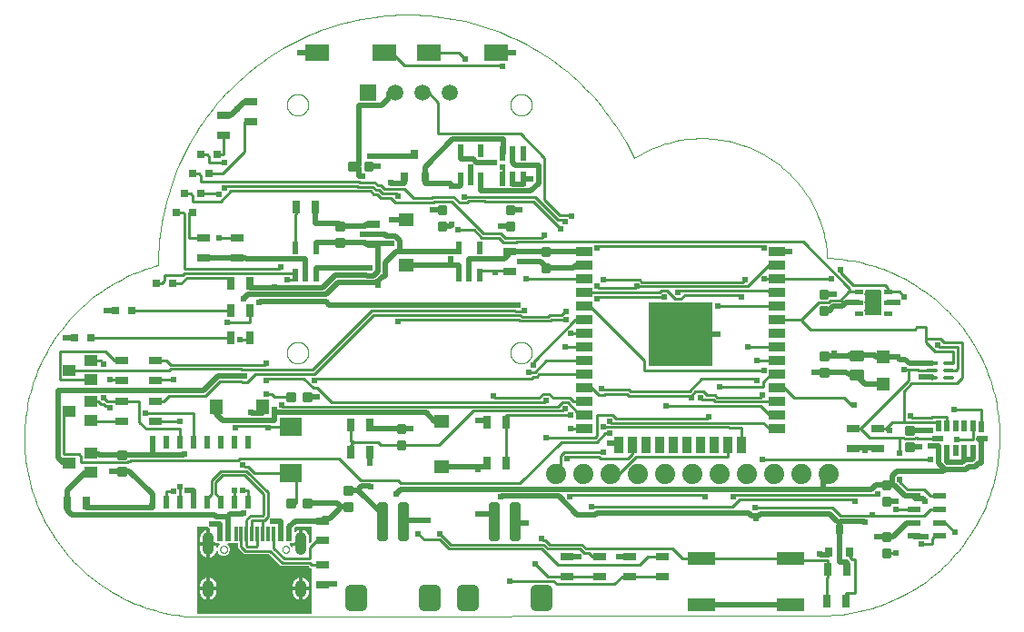
<source format=gtl>
G04 EAGLE Gerber RS-274X export*
G75*
%MOMM*%
%FSLAX34Y34*%
%LPD*%
%INTop Copper*%
%IPPOS*%
%AMOC8*
5,1,8,0,0,1.08239X$1,22.5*%
G01*
%ADD10C,0.000000*%
%ADD11C,0.222250*%
%ADD12C,0.090000*%
%ADD13C,0.150000*%
%ADD14C,0.808000*%
%ADD15R,1.050000X0.300000*%
%ADD16C,0.300000*%
%ADD17R,0.800000X0.800000*%
%ADD18R,1.200000X0.800000*%
%ADD19R,1.200000X0.500000*%
%ADD20R,1.270000X1.270000*%
%ADD21C,0.254000*%
%ADD22R,0.600000X1.200000*%
%ADD23R,1.500000X0.900000*%
%ADD24R,0.900000X1.500000*%
%ADD25R,6.000000X6.000000*%
%ADD26R,2.032000X1.778000*%
%ADD27R,1.143000X1.016000*%
%ADD28R,0.550000X1.200000*%
%ADD29R,0.800000X1.200000*%
%ADD30R,0.800000X0.900000*%
%ADD31R,1.270000X1.470000*%
%ADD32R,1.470000X1.270000*%
%ADD33R,2.540000X1.270000*%
%ADD34C,0.500000*%
%ADD35C,1.000000*%
%ADD36R,1.508000X1.508000*%
%ADD37C,1.508000*%
%ADD38R,0.500000X1.123800*%
%ADD39R,1.123800X0.500000*%
%ADD40C,1.879600*%
%ADD41R,0.558800X1.320800*%
%ADD42R,2.300000X1.600000*%
%ADD43R,0.300000X1.450000*%
%ADD44R,0.600000X1.450000*%
%ADD45R,0.550000X1.450000*%
%ADD46C,0.508000*%
%ADD47C,0.609600*%

G36*
X259082Y1501D02*
X259082Y1501D01*
X259101Y1504D01*
X259119Y1502D01*
X259222Y1524D01*
X259324Y1541D01*
X259341Y1550D01*
X259360Y1554D01*
X259449Y1607D01*
X259541Y1656D01*
X259555Y1670D01*
X259571Y1680D01*
X259639Y1759D01*
X259710Y1835D01*
X259718Y1853D01*
X259731Y1867D01*
X259770Y1964D01*
X259814Y2058D01*
X259816Y2077D01*
X259823Y2095D01*
X259841Y2262D01*
X259841Y43548D01*
X259838Y43568D01*
X259840Y43587D01*
X259818Y43689D01*
X259802Y43791D01*
X259792Y43808D01*
X259788Y43828D01*
X259735Y43917D01*
X259686Y44008D01*
X259672Y44022D01*
X259662Y44039D01*
X259583Y44106D01*
X259508Y44178D01*
X259490Y44186D01*
X259475Y44199D01*
X259379Y44238D01*
X259285Y44281D01*
X259265Y44283D01*
X259247Y44291D01*
X259080Y44309D01*
X258682Y44309D01*
X257113Y45878D01*
X257039Y45931D01*
X256970Y45991D01*
X256940Y46003D01*
X256914Y46022D01*
X256827Y46049D01*
X256742Y46083D01*
X256701Y46087D01*
X256679Y46094D01*
X256646Y46093D01*
X256575Y46101D01*
X231034Y46101D01*
X219993Y57142D01*
X219919Y57195D01*
X219850Y57255D01*
X219820Y57267D01*
X219794Y57286D01*
X219707Y57313D01*
X219622Y57347D01*
X219581Y57351D01*
X219559Y57358D01*
X219526Y57357D01*
X219455Y57365D01*
X207226Y57365D01*
X207193Y57398D01*
X207119Y57451D01*
X207050Y57511D01*
X207020Y57523D01*
X206994Y57542D01*
X206907Y57569D01*
X206822Y57603D01*
X206781Y57607D01*
X206759Y57614D01*
X206726Y57613D01*
X206655Y57621D01*
X196730Y57621D01*
X190997Y63354D01*
X190997Y66664D01*
X190994Y66684D01*
X190996Y66703D01*
X190974Y66805D01*
X190958Y66907D01*
X190948Y66924D01*
X190944Y66944D01*
X190891Y67033D01*
X190842Y67124D01*
X190828Y67138D01*
X190818Y67155D01*
X190739Y67222D01*
X190664Y67294D01*
X190646Y67302D01*
X190631Y67315D01*
X190535Y67354D01*
X190441Y67397D01*
X190421Y67399D01*
X190403Y67407D01*
X190236Y67425D01*
X186743Y67425D01*
X186538Y67630D01*
X186522Y67642D01*
X186510Y67658D01*
X186422Y67714D01*
X186339Y67774D01*
X186320Y67780D01*
X186303Y67791D01*
X186202Y67816D01*
X186103Y67846D01*
X186083Y67846D01*
X186064Y67851D01*
X185961Y67843D01*
X185858Y67840D01*
X185839Y67833D01*
X185819Y67832D01*
X185724Y67791D01*
X185627Y67756D01*
X185611Y67743D01*
X185593Y67735D01*
X185462Y67630D01*
X185257Y67425D01*
X181827Y67425D01*
X181756Y67414D01*
X181684Y67412D01*
X181635Y67394D01*
X181584Y67386D01*
X181521Y67352D01*
X181453Y67327D01*
X181413Y67295D01*
X181367Y67270D01*
X181317Y67218D01*
X181261Y67174D01*
X181233Y67130D01*
X181197Y67092D01*
X181167Y67027D01*
X181128Y66967D01*
X181116Y66916D01*
X181094Y66869D01*
X181086Y66798D01*
X181068Y66728D01*
X181072Y66676D01*
X181067Y66625D01*
X181082Y66554D01*
X181087Y66483D01*
X181108Y66435D01*
X181119Y66384D01*
X181156Y66323D01*
X181184Y66257D01*
X181229Y66201D01*
X181245Y66173D01*
X181263Y66158D01*
X181289Y66126D01*
X182384Y65030D01*
X183266Y62902D01*
X183266Y60598D01*
X182384Y58470D01*
X180755Y56841D01*
X178627Y55959D01*
X176323Y55959D01*
X174195Y56841D01*
X172566Y58470D01*
X171962Y59927D01*
X171950Y59947D01*
X171943Y59969D01*
X171886Y60051D01*
X171833Y60136D01*
X171815Y60151D01*
X171802Y60170D01*
X171721Y60229D01*
X171643Y60293D01*
X171622Y60301D01*
X171603Y60315D01*
X171507Y60345D01*
X171413Y60381D01*
X171390Y60382D01*
X171368Y60389D01*
X171268Y60387D01*
X171168Y60392D01*
X171146Y60385D01*
X171123Y60385D01*
X171028Y60351D01*
X170932Y60323D01*
X170913Y60310D01*
X170891Y60302D01*
X170812Y60240D01*
X170729Y60183D01*
X170716Y60164D01*
X170698Y60150D01*
X170643Y60066D01*
X170583Y59986D01*
X170576Y59964D01*
X170563Y59944D01*
X170512Y59784D01*
X170426Y59350D01*
X169858Y57978D01*
X169032Y56743D01*
X167982Y55693D01*
X166747Y54867D01*
X165375Y54299D01*
X164698Y54165D01*
X164698Y65527D01*
X170716Y65527D01*
X170716Y64391D01*
X170731Y64295D01*
X170741Y64198D01*
X170751Y64174D01*
X170755Y64148D01*
X170801Y64062D01*
X170841Y63973D01*
X170858Y63954D01*
X170871Y63931D01*
X170941Y63864D01*
X171007Y63792D01*
X171030Y63779D01*
X171049Y63761D01*
X171137Y63720D01*
X171223Y63673D01*
X171248Y63669D01*
X171272Y63658D01*
X171369Y63647D01*
X171465Y63629D01*
X171491Y63633D01*
X171516Y63630D01*
X171611Y63651D01*
X171708Y63665D01*
X171731Y63677D01*
X171757Y63683D01*
X171841Y63733D01*
X171927Y63777D01*
X171945Y63795D01*
X171968Y63809D01*
X172031Y63883D01*
X172099Y63952D01*
X172115Y63981D01*
X172128Y63996D01*
X172140Y64027D01*
X172180Y64099D01*
X172566Y65030D01*
X173661Y66126D01*
X173703Y66184D01*
X173753Y66236D01*
X173775Y66283D01*
X173805Y66325D01*
X173826Y66394D01*
X173856Y66459D01*
X173862Y66511D01*
X173877Y66561D01*
X173875Y66632D01*
X173883Y66703D01*
X173872Y66754D01*
X173871Y66806D01*
X173846Y66874D01*
X173831Y66944D01*
X173804Y66989D01*
X173786Y67037D01*
X173742Y67093D01*
X173705Y67155D01*
X173665Y67189D01*
X173633Y67229D01*
X173572Y67268D01*
X173518Y67315D01*
X173470Y67334D01*
X173426Y67362D01*
X173356Y67380D01*
X173290Y67407D01*
X173219Y67415D01*
X173187Y67423D01*
X173164Y67421D01*
X173123Y67425D01*
X170493Y67425D01*
X169568Y68350D01*
X169495Y68403D01*
X169425Y68463D01*
X169395Y68475D01*
X169369Y68494D01*
X169282Y68521D01*
X169197Y68555D01*
X169156Y68559D01*
X169134Y68566D01*
X169101Y68565D01*
X169030Y68573D01*
X164698Y68573D01*
X164698Y80680D01*
X164683Y80770D01*
X164676Y80861D01*
X164664Y80890D01*
X164658Y80922D01*
X164616Y81003D01*
X164580Y81087D01*
X164554Y81119D01*
X164543Y81140D01*
X164520Y81162D01*
X164475Y81218D01*
X163240Y82453D01*
X163166Y82506D01*
X163096Y82566D01*
X163066Y82578D01*
X163040Y82597D01*
X162953Y82624D01*
X162868Y82658D01*
X162827Y82662D01*
X162805Y82669D01*
X162773Y82668D01*
X162702Y82676D01*
X153670Y82676D01*
X153650Y82673D01*
X153631Y82675D01*
X153529Y82653D01*
X153427Y82637D01*
X153410Y82627D01*
X153390Y82623D01*
X153301Y82570D01*
X153210Y82521D01*
X153196Y82507D01*
X153179Y82497D01*
X153112Y82418D01*
X153041Y82343D01*
X153032Y82325D01*
X153019Y82310D01*
X152980Y82214D01*
X152937Y82120D01*
X152935Y82100D01*
X152927Y82082D01*
X152909Y81915D01*
X152909Y2071D01*
X152928Y1954D01*
X152946Y1835D01*
X152948Y1832D01*
X152949Y1829D01*
X153005Y1723D01*
X153059Y1617D01*
X153062Y1615D01*
X153064Y1611D01*
X153151Y1529D01*
X153236Y1446D01*
X153239Y1444D01*
X153242Y1442D01*
X153352Y1391D01*
X153458Y1340D01*
X153462Y1340D01*
X153465Y1338D01*
X153477Y1337D01*
X153624Y1312D01*
X154267Y1272D01*
X154285Y1274D01*
X154315Y1271D01*
X259082Y1501D01*
G37*
G36*
X241338Y63636D02*
X241338Y63636D01*
X241364Y63635D01*
X241458Y63662D01*
X241553Y63683D01*
X241575Y63696D01*
X241600Y63703D01*
X241680Y63759D01*
X241764Y63809D01*
X241781Y63829D01*
X241802Y63844D01*
X241861Y63922D01*
X241924Y63996D01*
X241934Y64020D01*
X241949Y64041D01*
X241979Y64134D01*
X242016Y64224D01*
X242019Y64256D01*
X242025Y64275D01*
X242025Y64308D01*
X242034Y64391D01*
X242034Y65527D01*
X248813Y65527D01*
X248833Y65530D01*
X248852Y65528D01*
X248954Y65550D01*
X249056Y65567D01*
X249073Y65576D01*
X249093Y65580D01*
X249182Y65633D01*
X249273Y65682D01*
X249287Y65696D01*
X249304Y65706D01*
X249371Y65785D01*
X249442Y65860D01*
X249451Y65878D01*
X249464Y65893D01*
X249503Y65989D01*
X249546Y66083D01*
X249548Y66103D01*
X249556Y66121D01*
X249574Y66288D01*
X249574Y67051D01*
X250337Y67051D01*
X250357Y67054D01*
X250376Y67052D01*
X250478Y67074D01*
X250580Y67091D01*
X250597Y67100D01*
X250617Y67104D01*
X250706Y67157D01*
X250797Y67206D01*
X250811Y67220D01*
X250828Y67230D01*
X250895Y67309D01*
X250966Y67384D01*
X250975Y67402D01*
X250988Y67417D01*
X251027Y67513D01*
X251070Y67607D01*
X251072Y67627D01*
X251080Y67645D01*
X251098Y67812D01*
X251098Y79935D01*
X251775Y79801D01*
X253147Y79233D01*
X254382Y78407D01*
X255432Y77357D01*
X256258Y76122D01*
X256826Y74750D01*
X257116Y73293D01*
X257116Y68602D01*
X257127Y68531D01*
X257129Y68459D01*
X257147Y68410D01*
X257155Y68359D01*
X257189Y68296D01*
X257214Y68228D01*
X257246Y68188D01*
X257271Y68142D01*
X257322Y68092D01*
X257367Y68036D01*
X257411Y68008D01*
X257449Y67972D01*
X257514Y67942D01*
X257574Y67903D01*
X257625Y67891D01*
X257672Y67869D01*
X257743Y67861D01*
X257813Y67843D01*
X257865Y67847D01*
X257916Y67842D01*
X257987Y67857D01*
X258058Y67862D01*
X258106Y67883D01*
X258157Y67894D01*
X258218Y67931D01*
X258284Y67959D01*
X258340Y68004D01*
X258368Y68020D01*
X258383Y68038D01*
X258415Y68064D01*
X259618Y69267D01*
X259663Y69330D01*
X259688Y69355D01*
X259693Y69365D01*
X259731Y69410D01*
X259743Y69440D01*
X259762Y69466D01*
X259789Y69553D01*
X259823Y69638D01*
X259827Y69679D01*
X259834Y69701D01*
X259833Y69734D01*
X259841Y69805D01*
X259841Y81915D01*
X259838Y81935D01*
X259840Y81954D01*
X259818Y82056D01*
X259802Y82158D01*
X259792Y82175D01*
X259788Y82195D01*
X259735Y82284D01*
X259686Y82375D01*
X259672Y82389D01*
X259662Y82406D01*
X259583Y82473D01*
X259508Y82545D01*
X259490Y82553D01*
X259475Y82566D01*
X259379Y82605D01*
X259285Y82648D01*
X259265Y82650D01*
X259247Y82658D01*
X259080Y82676D01*
X244388Y82676D01*
X244298Y82662D01*
X244207Y82654D01*
X244177Y82642D01*
X244145Y82637D01*
X244065Y82594D01*
X243981Y82558D01*
X243948Y82532D01*
X243928Y82521D01*
X243906Y82498D01*
X243850Y82453D01*
X243373Y81976D01*
X243319Y81902D01*
X243260Y81833D01*
X243248Y81803D01*
X243229Y81777D01*
X243202Y81689D01*
X243168Y81605D01*
X243164Y81564D01*
X243157Y81541D01*
X243158Y81509D01*
X243150Y81438D01*
X243150Y78627D01*
X243161Y78556D01*
X243163Y78484D01*
X243181Y78435D01*
X243189Y78384D01*
X243223Y78321D01*
X243248Y78253D01*
X243280Y78213D01*
X243305Y78167D01*
X243356Y78117D01*
X243401Y78061D01*
X243445Y78033D01*
X243483Y77997D01*
X243548Y77967D01*
X243608Y77928D01*
X243659Y77916D01*
X243706Y77894D01*
X243777Y77886D01*
X243847Y77868D01*
X243899Y77872D01*
X243950Y77867D01*
X244021Y77882D01*
X244092Y77887D01*
X244140Y77908D01*
X244191Y77919D01*
X244252Y77956D01*
X244318Y77984D01*
X244374Y78028D01*
X244402Y78045D01*
X244417Y78063D01*
X244449Y78088D01*
X244768Y78407D01*
X246003Y79233D01*
X247375Y79801D01*
X248052Y79935D01*
X248052Y68573D01*
X243720Y68573D01*
X243630Y68558D01*
X243539Y68551D01*
X243509Y68539D01*
X243477Y68533D01*
X243396Y68491D01*
X243312Y68455D01*
X243280Y68429D01*
X243260Y68418D01*
X243237Y68395D01*
X243182Y68350D01*
X242257Y67425D01*
X239627Y67425D01*
X239556Y67414D01*
X239484Y67412D01*
X239435Y67394D01*
X239384Y67386D01*
X239321Y67352D01*
X239253Y67327D01*
X239213Y67295D01*
X239167Y67270D01*
X239117Y67218D01*
X239061Y67174D01*
X239033Y67130D01*
X238997Y67092D01*
X238967Y67027D01*
X238928Y66967D01*
X238916Y66916D01*
X238894Y66869D01*
X238886Y66798D01*
X238868Y66728D01*
X238872Y66676D01*
X238867Y66625D01*
X238882Y66554D01*
X238887Y66483D01*
X238908Y66435D01*
X238919Y66384D01*
X238956Y66323D01*
X238984Y66257D01*
X239029Y66201D01*
X239045Y66173D01*
X239063Y66158D01*
X239089Y66126D01*
X240184Y65030D01*
X240570Y64099D01*
X240621Y64016D01*
X240667Y63931D01*
X240686Y63913D01*
X240699Y63890D01*
X240774Y63828D01*
X240845Y63761D01*
X240869Y63750D01*
X240889Y63733D01*
X240980Y63699D01*
X241068Y63658D01*
X241094Y63655D01*
X241118Y63645D01*
X241216Y63641D01*
X241312Y63630D01*
X241338Y63636D01*
G37*
%LPC*%
G36*
X155634Y68573D02*
X155634Y68573D01*
X155634Y73293D01*
X155924Y74750D01*
X156492Y76122D01*
X157318Y77357D01*
X158368Y78407D01*
X159603Y79233D01*
X160975Y79801D01*
X161652Y79935D01*
X161652Y68573D01*
X155634Y68573D01*
G37*
%LPD*%
%LPC*%
G36*
X160975Y54299D02*
X160975Y54299D01*
X159603Y54867D01*
X158368Y55693D01*
X157318Y56743D01*
X156492Y57978D01*
X155924Y59350D01*
X155634Y60807D01*
X155634Y65527D01*
X161652Y65527D01*
X161652Y54165D01*
X160975Y54299D01*
G37*
%LPD*%
%LPC*%
G36*
X164698Y26773D02*
X164698Y26773D01*
X164698Y35635D01*
X165375Y35501D01*
X166747Y34933D01*
X167982Y34107D01*
X169032Y33057D01*
X169858Y31822D01*
X170426Y30450D01*
X170716Y28993D01*
X170716Y26773D01*
X164698Y26773D01*
G37*
%LPD*%
%LPC*%
G36*
X251098Y26773D02*
X251098Y26773D01*
X251098Y35635D01*
X251775Y35501D01*
X253147Y34933D01*
X254382Y34107D01*
X255432Y33057D01*
X256258Y31822D01*
X256826Y30450D01*
X257116Y28993D01*
X257116Y26773D01*
X251098Y26773D01*
G37*
%LPD*%
%LPC*%
G36*
X164698Y23727D02*
X164698Y23727D01*
X170716Y23727D01*
X170716Y21507D01*
X170426Y20050D01*
X169858Y18678D01*
X169032Y17443D01*
X167982Y16393D01*
X166747Y15567D01*
X165375Y14999D01*
X164698Y14865D01*
X164698Y23727D01*
G37*
%LPD*%
%LPC*%
G36*
X251098Y23727D02*
X251098Y23727D01*
X257116Y23727D01*
X257116Y21507D01*
X256826Y20050D01*
X256258Y18678D01*
X255432Y17443D01*
X254382Y16393D01*
X253147Y15567D01*
X251775Y14999D01*
X251098Y14865D01*
X251098Y23727D01*
G37*
%LPD*%
%LPC*%
G36*
X242034Y26773D02*
X242034Y26773D01*
X242034Y28993D01*
X242324Y30450D01*
X242892Y31822D01*
X243718Y33057D01*
X244768Y34107D01*
X246003Y34933D01*
X247375Y35501D01*
X248052Y35635D01*
X248052Y26773D01*
X242034Y26773D01*
G37*
%LPD*%
%LPC*%
G36*
X155634Y26773D02*
X155634Y26773D01*
X155634Y28993D01*
X155924Y30450D01*
X156492Y31822D01*
X157318Y33057D01*
X158368Y34107D01*
X159603Y34933D01*
X160975Y35501D01*
X161652Y35635D01*
X161652Y26773D01*
X155634Y26773D01*
G37*
%LPD*%
%LPC*%
G36*
X247375Y14999D02*
X247375Y14999D01*
X246003Y15567D01*
X244768Y16393D01*
X243718Y17443D01*
X242892Y18678D01*
X242324Y20050D01*
X242034Y21507D01*
X242034Y23727D01*
X248052Y23727D01*
X248052Y14865D01*
X247375Y14999D01*
G37*
%LPD*%
%LPC*%
G36*
X160975Y14999D02*
X160975Y14999D01*
X159603Y15567D01*
X158368Y16393D01*
X157318Y17443D01*
X156492Y18678D01*
X155924Y20050D01*
X155634Y21507D01*
X155634Y23727D01*
X161652Y23727D01*
X161652Y14865D01*
X160975Y14999D01*
G37*
%LPD*%
%LPC*%
G36*
X249574Y25249D02*
X249574Y25249D01*
X249574Y25251D01*
X249576Y25251D01*
X249576Y25249D01*
X249574Y25249D01*
G37*
%LPD*%
%LPC*%
G36*
X163174Y25249D02*
X163174Y25249D01*
X163174Y25251D01*
X163176Y25251D01*
X163176Y25249D01*
X163174Y25249D01*
G37*
%LPD*%
%LPC*%
G36*
X163174Y67049D02*
X163174Y67049D01*
X163174Y67051D01*
X163176Y67051D01*
X163176Y67049D01*
X163174Y67049D01*
G37*
%LPD*%
D10*
X154250Y-1270D02*
X733300Y0D01*
X154250Y-1270D02*
X150177Y-1117D01*
X146108Y-864D01*
X142047Y-512D01*
X137995Y-61D01*
X133956Y489D01*
X129932Y1138D01*
X125924Y1885D01*
X121936Y2730D01*
X117970Y3672D01*
X114028Y4711D01*
X110113Y5846D01*
X106227Y7077D01*
X102371Y8402D01*
X98550Y9821D01*
X94764Y11333D01*
X91017Y12938D01*
X87310Y14633D01*
X83645Y16419D01*
X80025Y18294D01*
X76452Y20257D01*
X72929Y22306D01*
X69456Y24441D01*
X66037Y26661D01*
X62673Y28963D01*
X59366Y31347D01*
X56119Y33812D01*
X52932Y36355D01*
X49809Y38975D01*
X46752Y41670D01*
X43760Y44440D01*
X40838Y47282D01*
X37986Y50195D01*
X35206Y53177D01*
X32500Y56225D01*
X29869Y59339D01*
X27315Y62517D01*
X24840Y65756D01*
X22445Y69054D01*
X20131Y72410D01*
X17900Y75822D01*
X15753Y79287D01*
X13691Y82804D01*
X11716Y86370D01*
X9829Y89984D01*
X8031Y93642D01*
X6323Y97343D01*
X4706Y101085D01*
X3180Y104866D01*
X1748Y108683D01*
X410Y112533D01*
X-834Y116415D01*
X-1982Y120327D01*
X-3035Y124265D01*
X-3990Y128228D01*
X-4849Y132213D01*
X-5610Y136218D01*
X-6272Y140240D01*
X-6836Y144277D01*
X-7301Y148327D01*
X-7667Y152387D01*
X-7934Y156455D01*
X-8100Y160528D01*
X-8168Y164604D01*
X-8135Y168681D01*
X-8003Y172755D01*
X-7771Y176825D01*
X-7439Y180888D01*
X-7009Y184942D01*
X-6479Y188984D01*
X-5850Y193011D01*
X-5124Y197023D01*
X-4299Y201015D01*
X-3377Y204986D01*
X-2358Y208933D01*
X-1243Y212854D01*
X-32Y216746D01*
X1274Y220608D01*
X2673Y224437D01*
X4166Y228230D01*
X5752Y231986D01*
X7428Y235701D01*
X9195Y239375D01*
X11052Y243004D01*
X12996Y246587D01*
X15028Y250121D01*
X17146Y253604D01*
X19348Y257035D01*
X21633Y260411D01*
X24000Y263729D01*
X26448Y266989D01*
X28975Y270188D01*
X31579Y273324D01*
X34259Y276396D01*
X37014Y279401D01*
X39841Y282338D01*
X42739Y285205D01*
X45707Y288000D01*
X48742Y290721D01*
X51842Y293368D01*
X55007Y295938D01*
X58233Y298429D01*
X61519Y300841D01*
X64864Y303172D01*
X68264Y305421D01*
X71719Y307585D01*
X75225Y309665D01*
X78781Y311658D01*
X82385Y313563D01*
X86034Y315380D01*
X89727Y317107D01*
X93460Y318743D01*
X97233Y320287D01*
X101042Y321738D01*
X104886Y323096D01*
X108762Y324360D01*
X112668Y325528D01*
X116600Y326600D01*
X740000Y333299D02*
X744073Y333097D01*
X748139Y332794D01*
X752198Y332392D01*
X756245Y331891D01*
X760278Y331291D01*
X764296Y330593D01*
X768295Y329797D01*
X772274Y328903D01*
X776230Y327912D01*
X780160Y326824D01*
X784063Y325641D01*
X787935Y324362D01*
X791775Y322990D01*
X795580Y321523D01*
X799348Y319965D01*
X803077Y318314D01*
X806765Y316573D01*
X810409Y314742D01*
X814007Y312822D01*
X817556Y310815D01*
X821056Y308722D01*
X824504Y306544D01*
X827897Y304282D01*
X831234Y301938D01*
X834512Y299513D01*
X837730Y297008D01*
X840886Y294425D01*
X843978Y291767D01*
X847004Y289033D01*
X849962Y286226D01*
X852851Y283347D01*
X855668Y280399D01*
X858413Y277383D01*
X861082Y274300D01*
X863676Y271153D01*
X866192Y267944D01*
X868628Y264674D01*
X870984Y261345D01*
X873258Y257960D01*
X875448Y254520D01*
X877554Y251028D01*
X879573Y247485D01*
X881505Y243894D01*
X883349Y240256D01*
X885103Y236575D01*
X886767Y232852D01*
X888339Y229089D01*
X889818Y225289D01*
X891205Y221454D01*
X892497Y217586D01*
X893693Y213688D01*
X894795Y209761D01*
X895800Y205809D01*
X896708Y201834D01*
X897518Y197837D01*
X898230Y193822D01*
X898844Y189790D01*
X899359Y185745D01*
X899776Y181688D01*
X900092Y177623D01*
X900310Y173550D01*
X900427Y169474D01*
X900445Y165396D01*
X900363Y161319D01*
X900181Y157245D01*
X899900Y153177D01*
X899519Y149117D01*
X899039Y145067D01*
X898461Y141031D01*
X897783Y137009D01*
X897008Y133006D01*
X896135Y129022D01*
X895164Y125062D01*
X894097Y121126D01*
X892934Y117217D01*
X891676Y113338D01*
X890324Y109491D01*
X888877Y105678D01*
X887338Y101902D01*
X885707Y98164D01*
X883985Y94468D01*
X882173Y90814D01*
X880272Y87207D01*
X878284Y83646D01*
X876209Y80136D01*
X874049Y76677D01*
X871805Y73272D01*
X869478Y69923D01*
X867070Y66632D01*
X864582Y63400D01*
X862016Y60231D01*
X859374Y57125D01*
X856656Y54085D01*
X853864Y51112D01*
X851001Y48209D01*
X848067Y45376D01*
X845065Y42616D01*
X841997Y39930D01*
X838863Y37320D01*
X835667Y34788D01*
X832410Y32334D01*
X829094Y29961D01*
X825720Y27670D01*
X822292Y25461D01*
X818811Y23338D01*
X815278Y21300D01*
X811697Y19349D01*
X808070Y17486D01*
X804398Y15713D01*
X800683Y14030D01*
X796929Y12438D01*
X793136Y10939D01*
X789309Y9532D01*
X785447Y8220D01*
X781555Y7003D01*
X777635Y5881D01*
X773688Y4856D01*
X769717Y3927D01*
X765725Y3096D01*
X761713Y2363D01*
X757685Y1727D01*
X753643Y1191D01*
X749588Y754D01*
X745524Y416D01*
X741453Y177D01*
X737378Y39D01*
X733300Y0D01*
X740000Y333300D02*
X739836Y336145D01*
X739603Y338986D01*
X739301Y341821D01*
X738929Y344647D01*
X738489Y347464D01*
X737981Y350269D01*
X737404Y353060D01*
X736760Y355837D01*
X736048Y358597D01*
X735269Y361339D01*
X734424Y364062D01*
X733512Y366763D01*
X732535Y369441D01*
X731493Y372094D01*
X730387Y374721D01*
X729217Y377321D01*
X727985Y379891D01*
X726690Y382430D01*
X725333Y384938D01*
X723916Y387411D01*
X722439Y389849D01*
X720903Y392251D01*
X719309Y394614D01*
X717658Y396938D01*
X715951Y399221D01*
X714189Y401462D01*
X712373Y403659D01*
X710504Y405811D01*
X708583Y407917D01*
X706611Y409976D01*
X704590Y411986D01*
X702520Y413946D01*
X700404Y415855D01*
X698241Y417713D01*
X696034Y419517D01*
X693783Y421266D01*
X691491Y422961D01*
X689158Y424599D01*
X686786Y426179D01*
X684376Y427702D01*
X681930Y429165D01*
X679448Y430569D01*
X676934Y431911D01*
X674387Y433192D01*
X671810Y434410D01*
X669204Y435566D01*
X666571Y436657D01*
X663912Y437685D01*
X661228Y438647D01*
X658522Y439543D01*
X655795Y440373D01*
X653049Y441137D01*
X650285Y441834D01*
X647505Y442463D01*
X644710Y443024D01*
X641902Y443517D01*
X639083Y443941D01*
X636255Y444297D01*
X633419Y444583D01*
X630576Y444801D01*
X627730Y444949D01*
X624880Y445028D01*
X622030Y445037D01*
X619180Y444977D01*
X616332Y444848D01*
X613488Y444649D01*
X610650Y444382D01*
X607820Y444045D01*
X604998Y443639D01*
X602187Y443165D01*
X599389Y442622D01*
X596604Y442012D01*
X593836Y441333D01*
X591084Y440588D01*
X588352Y439776D01*
X585640Y438897D01*
X582950Y437953D01*
X580284Y436943D01*
X577644Y435869D01*
X575030Y434731D01*
X572445Y433530D01*
X569890Y432266D01*
X567367Y430940D01*
X564876Y429553D01*
X562420Y428106D01*
X560000Y426600D01*
X557521Y431703D01*
X554919Y436744D01*
X552194Y441720D01*
X549350Y446629D01*
X546386Y451466D01*
X543305Y456230D01*
X540109Y460918D01*
X536800Y465526D01*
X533380Y470052D01*
X529850Y474493D01*
X526213Y478847D01*
X522471Y483112D01*
X518626Y487283D01*
X514681Y491360D01*
X510637Y495340D01*
X506498Y499219D01*
X502266Y502997D01*
X497942Y506671D01*
X493531Y510238D01*
X489033Y513696D01*
X484453Y517044D01*
X479793Y520279D01*
X475055Y523400D01*
X470243Y526404D01*
X465358Y529290D01*
X460405Y532057D01*
X455386Y534701D01*
X450304Y537223D01*
X445162Y539620D01*
X439963Y541891D01*
X434711Y544035D01*
X429407Y546050D01*
X424056Y547935D01*
X418661Y549689D01*
X413225Y551311D01*
X407750Y552800D01*
X402241Y554156D01*
X396701Y555377D01*
X391133Y556462D01*
X385539Y557411D01*
X379925Y558224D01*
X374292Y558900D01*
X368644Y559438D01*
X362985Y559838D01*
X357318Y560101D01*
X351646Y560225D01*
X345973Y560211D01*
X340301Y560059D01*
X334636Y559768D01*
X328979Y559340D01*
X323334Y558774D01*
X317704Y558070D01*
X312094Y557230D01*
X306505Y556253D01*
X300942Y555140D01*
X295408Y553892D01*
X289906Y552509D01*
X284439Y550993D01*
X279010Y549344D01*
X273624Y547563D01*
X268282Y545651D01*
X262989Y543610D01*
X257747Y541440D01*
X252560Y539144D01*
X247429Y536721D01*
X242360Y534174D01*
X237354Y531505D01*
X232415Y528714D01*
X227545Y525804D01*
X222747Y522776D01*
X218025Y519632D01*
X213380Y516373D01*
X208817Y513003D01*
X204337Y509522D01*
X199943Y505934D01*
X195638Y502239D01*
X191424Y498440D01*
X187304Y494540D01*
X183280Y490541D01*
X179355Y486444D01*
X175531Y482254D01*
X171810Y477971D01*
X168195Y473599D01*
X164687Y469140D01*
X161289Y464597D01*
X158003Y459972D01*
X154830Y455269D01*
X151773Y450490D01*
X148833Y445638D01*
X146013Y440715D01*
X143313Y435726D01*
X140736Y430672D01*
X138282Y425557D01*
X135954Y420383D01*
X133753Y415154D01*
X131679Y409873D01*
X129735Y404544D01*
X127922Y399168D01*
X126240Y393750D01*
X124691Y388292D01*
X123275Y382798D01*
X121993Y377272D01*
X120846Y371716D01*
X119836Y366133D01*
X118961Y360528D01*
X118223Y354903D01*
X117623Y349261D01*
X117160Y343607D01*
X116836Y337943D01*
X116649Y332273D01*
X116601Y326600D01*
D11*
X740164Y230284D02*
X740164Y223616D01*
X733496Y223616D01*
X733496Y230284D01*
X740164Y230284D01*
X740164Y225728D02*
X733496Y225728D01*
X733496Y227840D02*
X740164Y227840D01*
X740164Y229952D02*
X733496Y229952D01*
X740164Y238856D02*
X740164Y245524D01*
X740164Y238856D02*
X733496Y238856D01*
X733496Y245524D01*
X740164Y245524D01*
X740164Y240968D02*
X733496Y240968D01*
X733496Y243080D02*
X740164Y243080D01*
X740164Y245192D02*
X733496Y245192D01*
D12*
X766190Y300300D02*
X772290Y300300D01*
X766190Y300300D02*
X766190Y303900D01*
X772290Y303900D01*
X772290Y300300D01*
X772290Y301155D02*
X766190Y301155D01*
X766190Y302010D02*
X772290Y302010D01*
X772290Y302865D02*
X766190Y302865D01*
X766190Y303720D02*
X772290Y303720D01*
X772290Y290300D02*
X766190Y290300D01*
X766190Y293900D01*
X772290Y293900D01*
X772290Y290300D01*
X772290Y291155D02*
X766190Y291155D01*
X766190Y292010D02*
X772290Y292010D01*
X772290Y292865D02*
X766190Y292865D01*
X766190Y293720D02*
X772290Y293720D01*
X772290Y280300D02*
X766190Y280300D01*
X766190Y283900D01*
X772290Y283900D01*
X772290Y280300D01*
X772290Y281155D02*
X766190Y281155D01*
X766190Y282010D02*
X772290Y282010D01*
X772290Y282865D02*
X766190Y282865D01*
X766190Y283720D02*
X772290Y283720D01*
X793190Y280300D02*
X799290Y280300D01*
X793190Y280300D02*
X793190Y283900D01*
X799290Y283900D01*
X799290Y280300D01*
X799290Y281155D02*
X793190Y281155D01*
X793190Y282010D02*
X799290Y282010D01*
X799290Y282865D02*
X793190Y282865D01*
X793190Y283720D02*
X799290Y283720D01*
X799290Y290300D02*
X793190Y290300D01*
X793190Y293900D01*
X799290Y293900D01*
X799290Y290300D01*
X799290Y291155D02*
X793190Y291155D01*
X793190Y292010D02*
X799290Y292010D01*
X799290Y292865D02*
X793190Y292865D01*
X793190Y293720D02*
X799290Y293720D01*
X799290Y300300D02*
X793190Y300300D01*
X793190Y303900D01*
X799290Y303900D01*
X799290Y300300D01*
X799290Y301155D02*
X793190Y301155D01*
X793190Y302010D02*
X799290Y302010D01*
X799290Y302865D02*
X793190Y302865D01*
X793190Y303720D02*
X799290Y303720D01*
D13*
X789490Y280850D02*
X775990Y280850D01*
X775990Y303350D01*
X789490Y303350D01*
X789490Y280850D01*
X789490Y282275D02*
X775990Y282275D01*
X775990Y283700D02*
X789490Y283700D01*
X789490Y285125D02*
X775990Y285125D01*
X775990Y286550D02*
X789490Y286550D01*
X789490Y287975D02*
X775990Y287975D01*
X775990Y289400D02*
X789490Y289400D01*
X789490Y290825D02*
X775990Y290825D01*
X775990Y292250D02*
X789490Y292250D01*
X789490Y293675D02*
X775990Y293675D01*
X775990Y295100D02*
X789490Y295100D01*
X789490Y296525D02*
X775990Y296525D01*
X775990Y297950D02*
X789490Y297950D01*
X789490Y299375D02*
X775990Y299375D01*
X775990Y300800D02*
X789490Y300800D01*
X789490Y302225D02*
X775990Y302225D01*
D14*
X778930Y299720D03*
X786550Y299720D03*
X778930Y292100D03*
X778930Y284480D03*
X786550Y292100D03*
X786550Y284480D03*
D15*
X837550Y235100D03*
D16*
X833800Y228600D02*
X841300Y228600D01*
X841300Y222100D02*
X833800Y222100D01*
X849300Y222100D02*
X856800Y222100D01*
X856800Y228600D02*
X849300Y228600D01*
X849300Y235100D02*
X856800Y235100D01*
D17*
X148940Y411900D03*
X163940Y411900D03*
X141320Y393800D03*
X156320Y393800D03*
D18*
X787400Y174100D03*
X787400Y156100D03*
X764540Y174100D03*
X764540Y156100D03*
D17*
X133700Y375700D03*
X148700Y375700D03*
D19*
X820735Y111570D03*
X820735Y99070D03*
X820735Y86570D03*
X820735Y74070D03*
X844735Y111570D03*
X844735Y99070D03*
X844735Y86570D03*
X844735Y74070D03*
D11*
X798354Y61789D02*
X798354Y55121D01*
X791686Y55121D01*
X791686Y61789D01*
X798354Y61789D01*
X798354Y57233D02*
X791686Y57233D01*
X791686Y59345D02*
X798354Y59345D01*
X798354Y61457D02*
X791686Y61457D01*
X798354Y70361D02*
X798354Y77029D01*
X798354Y70361D02*
X791686Y70361D01*
X791686Y77029D01*
X798354Y77029D01*
X798354Y72473D02*
X791686Y72473D01*
X791686Y74585D02*
X798354Y74585D01*
X798354Y76697D02*
X791686Y76697D01*
D20*
X792480Y241300D03*
X792480Y215900D03*
D21*
X761365Y238760D02*
X761365Y246380D01*
X772795Y246380D01*
X772795Y238760D01*
X761365Y238760D01*
X761365Y241173D02*
X772795Y241173D01*
X772795Y243586D02*
X761365Y243586D01*
X761365Y245999D02*
X772795Y245999D01*
X761365Y228600D02*
X761365Y220980D01*
X761365Y228600D02*
X772795Y228600D01*
X772795Y220980D01*
X761365Y220980D01*
X761365Y223393D02*
X772795Y223393D01*
X772795Y225806D02*
X761365Y225806D01*
X761365Y228219D02*
X772795Y228219D01*
D17*
X156560Y430000D03*
X171560Y430000D03*
D22*
X111125Y105985D03*
X123825Y105985D03*
X136525Y105985D03*
X149225Y105985D03*
X161925Y105985D03*
X174625Y105985D03*
X187325Y105985D03*
X200025Y105985D03*
X200025Y161985D03*
X187325Y161985D03*
X174625Y161985D03*
X161925Y161985D03*
X149225Y161985D03*
X136525Y161985D03*
X123825Y161985D03*
X111125Y161985D03*
D23*
X513098Y339230D03*
X513098Y326530D03*
X513098Y313830D03*
X513098Y301130D03*
X513098Y288430D03*
X513098Y275730D03*
X513098Y263030D03*
X513098Y250330D03*
X513098Y237630D03*
X513098Y224930D03*
X513098Y212230D03*
X513098Y199530D03*
X513098Y186830D03*
X513098Y174130D03*
D24*
X545948Y159230D03*
X558648Y159230D03*
X571348Y159230D03*
X584048Y159230D03*
X596748Y159230D03*
X609448Y159230D03*
X622148Y159230D03*
X634848Y159230D03*
X647548Y159230D03*
X660248Y159230D03*
D23*
X693098Y174130D03*
X693098Y186830D03*
X693098Y199530D03*
X693098Y212230D03*
X693098Y224930D03*
X693098Y237630D03*
X693098Y250330D03*
X693098Y263030D03*
X693098Y275730D03*
X693098Y288430D03*
X693098Y301130D03*
X693098Y313830D03*
X693098Y326530D03*
X693098Y339230D03*
D25*
X603098Y262230D03*
D26*
X240030Y132715D03*
X240030Y175895D03*
D11*
X251936Y207169D02*
X258604Y207169D01*
X258604Y200501D01*
X251936Y200501D01*
X251936Y207169D01*
X251936Y202613D02*
X258604Y202613D01*
X258604Y204725D02*
X251936Y204725D01*
X251936Y206837D02*
X258604Y206837D01*
X243364Y207169D02*
X236696Y207169D01*
X243364Y207169D02*
X243364Y200501D01*
X236696Y200501D01*
X236696Y207169D01*
X236696Y202613D02*
X243364Y202613D01*
X243364Y204725D02*
X236696Y204725D01*
X236696Y206837D02*
X243364Y206837D01*
X251936Y108109D02*
X258604Y108109D01*
X258604Y101441D01*
X251936Y101441D01*
X251936Y108109D01*
X251936Y103553D02*
X258604Y103553D01*
X258604Y105665D02*
X251936Y105665D01*
X251936Y107777D02*
X258604Y107777D01*
X243364Y108109D02*
X236696Y108109D01*
X243364Y108109D02*
X243364Y101441D01*
X236696Y101441D01*
X236696Y108109D01*
X236696Y103553D02*
X243364Y103553D01*
X243364Y105665D02*
X236696Y105665D01*
X236696Y107777D02*
X243364Y107777D01*
X85884Y131286D02*
X85884Y137954D01*
X85884Y131286D02*
X79216Y131286D01*
X79216Y137954D01*
X85884Y137954D01*
X85884Y133398D02*
X79216Y133398D01*
X79216Y135510D02*
X85884Y135510D01*
X85884Y137622D02*
X79216Y137622D01*
X85884Y146526D02*
X85884Y153194D01*
X85884Y146526D02*
X79216Y146526D01*
X79216Y153194D01*
X85884Y153194D01*
X85884Y148638D02*
X79216Y148638D01*
X79216Y150750D02*
X85884Y150750D01*
X85884Y152862D02*
X79216Y152862D01*
D27*
X33655Y190500D03*
X53975Y199390D03*
X53975Y181610D03*
X33655Y228600D03*
X53975Y237490D03*
X53975Y219710D03*
D11*
X474186Y335756D02*
X474186Y342424D01*
X480854Y342424D01*
X480854Y335756D01*
X474186Y335756D01*
X474186Y337868D02*
X480854Y337868D01*
X480854Y339980D02*
X474186Y339980D01*
X474186Y342092D02*
X480854Y342092D01*
X474186Y327184D02*
X474186Y320516D01*
X474186Y327184D02*
X480854Y327184D01*
X480854Y320516D01*
X474186Y320516D01*
X474186Y322628D02*
X480854Y322628D01*
X480854Y324740D02*
X474186Y324740D01*
X474186Y326852D02*
X480854Y326852D01*
D18*
X177800Y466200D03*
X177800Y448200D03*
X203200Y478900D03*
X203200Y460900D03*
X158750Y333900D03*
X158750Y351900D03*
X190500Y333900D03*
X190500Y351900D03*
X586740Y36720D03*
X586740Y54720D03*
X528320Y36720D03*
X528320Y54720D03*
X556260Y54720D03*
X556260Y36720D03*
X497840Y54720D03*
X497840Y36720D03*
D28*
X398170Y407369D03*
X407670Y407369D03*
X417170Y407369D03*
X417170Y433371D03*
X398170Y433371D03*
X244500Y317199D03*
X254000Y317199D03*
X263500Y317199D03*
X263500Y343201D03*
X244500Y343201D03*
D11*
X296704Y104934D02*
X296704Y98266D01*
X290036Y98266D01*
X290036Y104934D01*
X296704Y104934D01*
X296704Y100378D02*
X290036Y100378D01*
X290036Y102490D02*
X296704Y102490D01*
X296704Y104602D02*
X290036Y104602D01*
X296704Y113506D02*
X296704Y120174D01*
X296704Y113506D02*
X290036Y113506D01*
X290036Y120174D01*
X296704Y120174D01*
X296704Y115618D02*
X290036Y115618D01*
X290036Y117730D02*
X296704Y117730D01*
X296704Y119842D02*
X290036Y119842D01*
D29*
X184040Y309880D03*
X202040Y309880D03*
X263000Y381000D03*
X245000Y381000D03*
D11*
X282416Y366554D02*
X282416Y359886D01*
X282416Y366554D02*
X289084Y366554D01*
X289084Y359886D01*
X282416Y359886D01*
X282416Y361998D02*
X289084Y361998D01*
X289084Y364110D02*
X282416Y364110D01*
X282416Y366222D02*
X289084Y366222D01*
X282416Y351314D02*
X282416Y344646D01*
X282416Y351314D02*
X289084Y351314D01*
X289084Y344646D01*
X282416Y344646D01*
X282416Y346758D02*
X289084Y346758D01*
X289084Y348870D02*
X282416Y348870D01*
X282416Y350982D02*
X289084Y350982D01*
X447834Y359886D02*
X447834Y366554D01*
X447834Y359886D02*
X441166Y359886D01*
X441166Y366554D01*
X447834Y366554D01*
X447834Y361998D02*
X441166Y361998D01*
X441166Y364110D02*
X447834Y364110D01*
X447834Y366222D02*
X441166Y366222D01*
X447834Y375126D02*
X447834Y381794D01*
X447834Y375126D02*
X441166Y375126D01*
X441166Y381794D01*
X447834Y381794D01*
X447834Y377238D02*
X441166Y377238D01*
X441166Y379350D02*
X447834Y379350D01*
X447834Y381462D02*
X441166Y381462D01*
X377666Y381794D02*
X377666Y375126D01*
X377666Y381794D02*
X384334Y381794D01*
X384334Y375126D01*
X377666Y375126D01*
X377666Y377238D02*
X384334Y377238D01*
X384334Y379350D02*
X377666Y379350D01*
X377666Y381462D02*
X384334Y381462D01*
X377666Y366554D02*
X377666Y359886D01*
X377666Y366554D02*
X384334Y366554D01*
X384334Y359886D01*
X377666Y359886D01*
X377666Y361998D02*
X384334Y361998D01*
X384334Y364110D02*
X377666Y364110D01*
X377666Y366222D02*
X384334Y366222D01*
D18*
X317500Y364600D03*
X317500Y346600D03*
D30*
X346100Y409100D03*
X365100Y409100D03*
X355600Y430100D03*
D29*
X184040Y259080D03*
X202040Y259080D03*
D17*
X53625Y259150D03*
X38625Y259150D03*
D29*
X295800Y152400D03*
X313800Y152400D03*
X313800Y177800D03*
X295800Y177800D03*
D31*
X213905Y194310D03*
X170905Y194310D03*
D32*
X381000Y138520D03*
X381000Y181520D03*
D28*
X396900Y317199D03*
X406400Y317199D03*
X415900Y317199D03*
X415900Y343201D03*
X396900Y343201D03*
D11*
X315754Y422434D02*
X309086Y422434D01*
X315754Y422434D02*
X315754Y415766D01*
X309086Y415766D01*
X309086Y422434D01*
X309086Y417878D02*
X315754Y417878D01*
X315754Y419990D02*
X309086Y419990D01*
X309086Y422102D02*
X315754Y422102D01*
X300514Y422434D02*
X293846Y422434D01*
X300514Y422434D02*
X300514Y415766D01*
X293846Y415766D01*
X293846Y422434D01*
X293846Y417878D02*
X300514Y417878D01*
X300514Y419990D02*
X293846Y419990D01*
X293846Y422102D02*
X300514Y422102D01*
D29*
X184040Y284480D03*
X202040Y284480D03*
D17*
X91725Y284550D03*
X76725Y284550D03*
D32*
X347980Y369480D03*
X347980Y326480D03*
D33*
X622869Y53492D03*
X622869Y10312D03*
X705449Y10312D03*
X705449Y53492D03*
D18*
X444500Y339200D03*
X444500Y321200D03*
D27*
X33655Y142240D03*
X53975Y151130D03*
X53975Y133350D03*
D29*
X422800Y142240D03*
X440800Y142240D03*
X440800Y180340D03*
X422800Y180340D03*
D34*
X327780Y103130D02*
X327780Y72130D01*
X322780Y72130D01*
X322780Y103130D01*
X327780Y103130D01*
X327780Y76880D02*
X322780Y76880D01*
X322780Y81630D02*
X327780Y81630D01*
X327780Y86380D02*
X322780Y86380D01*
X322780Y91130D02*
X327780Y91130D01*
X327780Y95880D02*
X322780Y95880D01*
X322780Y100630D02*
X327780Y100630D01*
X347780Y103130D02*
X347780Y72130D01*
X342780Y72130D01*
X342780Y103130D01*
X347780Y103130D01*
X347780Y76880D02*
X342780Y76880D01*
X342780Y81630D02*
X347780Y81630D01*
X347780Y86380D02*
X342780Y86380D01*
X342780Y91130D02*
X347780Y91130D01*
X347780Y95880D02*
X342780Y95880D01*
X342780Y100630D02*
X347780Y100630D01*
D35*
X306280Y23290D02*
X306280Y9290D01*
X296280Y9290D01*
X296280Y23290D01*
X306280Y23290D01*
X306280Y18790D02*
X296280Y18790D01*
X374280Y23290D02*
X374280Y9290D01*
X364280Y9290D01*
X364280Y23290D01*
X374280Y23290D01*
X374280Y18790D02*
X364280Y18790D01*
D34*
X431920Y72130D02*
X431920Y103130D01*
X431920Y72130D02*
X426920Y72130D01*
X426920Y103130D01*
X431920Y103130D01*
X431920Y76880D02*
X426920Y76880D01*
X426920Y81630D02*
X431920Y81630D01*
X431920Y86380D02*
X426920Y86380D01*
X426920Y91130D02*
X431920Y91130D01*
X431920Y95880D02*
X426920Y95880D01*
X426920Y100630D02*
X431920Y100630D01*
X451920Y103130D02*
X451920Y72130D01*
X446920Y72130D01*
X446920Y103130D01*
X451920Y103130D01*
X451920Y76880D02*
X446920Y76880D01*
X446920Y81630D02*
X451920Y81630D01*
X451920Y86380D02*
X446920Y86380D01*
X446920Y91130D02*
X451920Y91130D01*
X451920Y95880D02*
X446920Y95880D01*
X446920Y100630D02*
X451920Y100630D01*
D35*
X410420Y23290D02*
X410420Y9290D01*
X400420Y9290D01*
X400420Y23290D01*
X410420Y23290D01*
X410420Y18790D02*
X400420Y18790D01*
X478420Y23290D02*
X478420Y9290D01*
X468420Y9290D01*
X468420Y23290D01*
X478420Y23290D01*
X478420Y18790D02*
X468420Y18790D01*
D11*
X339566Y170656D02*
X339566Y177324D01*
X346234Y177324D01*
X346234Y170656D01*
X339566Y170656D01*
X339566Y172768D02*
X346234Y172768D01*
X346234Y174880D02*
X339566Y174880D01*
X339566Y176992D02*
X346234Y176992D01*
X339566Y162084D02*
X339566Y155416D01*
X339566Y162084D02*
X346234Y162084D01*
X346234Y155416D01*
X339566Y155416D01*
X339566Y157528D02*
X346234Y157528D01*
X346234Y159640D02*
X339566Y159640D01*
X339566Y161752D02*
X346234Y161752D01*
D30*
X751027Y80291D03*
X760527Y59291D03*
X741527Y59291D03*
D29*
X757589Y13716D03*
X739589Y13716D03*
D36*
X312420Y487680D03*
D37*
X337820Y487680D03*
X363220Y487680D03*
X388620Y487680D03*
D10*
X236380Y476250D02*
X236383Y476495D01*
X236392Y476741D01*
X236407Y476986D01*
X236428Y477230D01*
X236455Y477474D01*
X236488Y477717D01*
X236527Y477960D01*
X236572Y478201D01*
X236623Y478441D01*
X236680Y478680D01*
X236742Y478917D01*
X236811Y479153D01*
X236885Y479387D01*
X236965Y479619D01*
X237050Y479849D01*
X237141Y480077D01*
X237238Y480302D01*
X237340Y480526D01*
X237448Y480746D01*
X237561Y480964D01*
X237679Y481179D01*
X237803Y481391D01*
X237931Y481600D01*
X238065Y481806D01*
X238204Y482008D01*
X238348Y482207D01*
X238497Y482402D01*
X238650Y482594D01*
X238808Y482782D01*
X238970Y482966D01*
X239138Y483145D01*
X239309Y483321D01*
X239485Y483492D01*
X239664Y483660D01*
X239848Y483822D01*
X240036Y483980D01*
X240228Y484133D01*
X240423Y484282D01*
X240622Y484426D01*
X240824Y484565D01*
X241030Y484699D01*
X241239Y484827D01*
X241451Y484951D01*
X241666Y485069D01*
X241884Y485182D01*
X242104Y485290D01*
X242328Y485392D01*
X242553Y485489D01*
X242781Y485580D01*
X243011Y485665D01*
X243243Y485745D01*
X243477Y485819D01*
X243713Y485888D01*
X243950Y485950D01*
X244189Y486007D01*
X244429Y486058D01*
X244670Y486103D01*
X244913Y486142D01*
X245156Y486175D01*
X245400Y486202D01*
X245644Y486223D01*
X245889Y486238D01*
X246135Y486247D01*
X246380Y486250D01*
X246625Y486247D01*
X246871Y486238D01*
X247116Y486223D01*
X247360Y486202D01*
X247604Y486175D01*
X247847Y486142D01*
X248090Y486103D01*
X248331Y486058D01*
X248571Y486007D01*
X248810Y485950D01*
X249047Y485888D01*
X249283Y485819D01*
X249517Y485745D01*
X249749Y485665D01*
X249979Y485580D01*
X250207Y485489D01*
X250432Y485392D01*
X250656Y485290D01*
X250876Y485182D01*
X251094Y485069D01*
X251309Y484951D01*
X251521Y484827D01*
X251730Y484699D01*
X251936Y484565D01*
X252138Y484426D01*
X252337Y484282D01*
X252532Y484133D01*
X252724Y483980D01*
X252912Y483822D01*
X253096Y483660D01*
X253275Y483492D01*
X253451Y483321D01*
X253622Y483145D01*
X253790Y482966D01*
X253952Y482782D01*
X254110Y482594D01*
X254263Y482402D01*
X254412Y482207D01*
X254556Y482008D01*
X254695Y481806D01*
X254829Y481600D01*
X254957Y481391D01*
X255081Y481179D01*
X255199Y480964D01*
X255312Y480746D01*
X255420Y480526D01*
X255522Y480302D01*
X255619Y480077D01*
X255710Y479849D01*
X255795Y479619D01*
X255875Y479387D01*
X255949Y479153D01*
X256018Y478917D01*
X256080Y478680D01*
X256137Y478441D01*
X256188Y478201D01*
X256233Y477960D01*
X256272Y477717D01*
X256305Y477474D01*
X256332Y477230D01*
X256353Y476986D01*
X256368Y476741D01*
X256377Y476495D01*
X256380Y476250D01*
X256377Y476005D01*
X256368Y475759D01*
X256353Y475514D01*
X256332Y475270D01*
X256305Y475026D01*
X256272Y474783D01*
X256233Y474540D01*
X256188Y474299D01*
X256137Y474059D01*
X256080Y473820D01*
X256018Y473583D01*
X255949Y473347D01*
X255875Y473113D01*
X255795Y472881D01*
X255710Y472651D01*
X255619Y472423D01*
X255522Y472198D01*
X255420Y471974D01*
X255312Y471754D01*
X255199Y471536D01*
X255081Y471321D01*
X254957Y471109D01*
X254829Y470900D01*
X254695Y470694D01*
X254556Y470492D01*
X254412Y470293D01*
X254263Y470098D01*
X254110Y469906D01*
X253952Y469718D01*
X253790Y469534D01*
X253622Y469355D01*
X253451Y469179D01*
X253275Y469008D01*
X253096Y468840D01*
X252912Y468678D01*
X252724Y468520D01*
X252532Y468367D01*
X252337Y468218D01*
X252138Y468074D01*
X251936Y467935D01*
X251730Y467801D01*
X251521Y467673D01*
X251309Y467549D01*
X251094Y467431D01*
X250876Y467318D01*
X250656Y467210D01*
X250432Y467108D01*
X250207Y467011D01*
X249979Y466920D01*
X249749Y466835D01*
X249517Y466755D01*
X249283Y466681D01*
X249047Y466612D01*
X248810Y466550D01*
X248571Y466493D01*
X248331Y466442D01*
X248090Y466397D01*
X247847Y466358D01*
X247604Y466325D01*
X247360Y466298D01*
X247116Y466277D01*
X246871Y466262D01*
X246625Y466253D01*
X246380Y466250D01*
X246135Y466253D01*
X245889Y466262D01*
X245644Y466277D01*
X245400Y466298D01*
X245156Y466325D01*
X244913Y466358D01*
X244670Y466397D01*
X244429Y466442D01*
X244189Y466493D01*
X243950Y466550D01*
X243713Y466612D01*
X243477Y466681D01*
X243243Y466755D01*
X243011Y466835D01*
X242781Y466920D01*
X242553Y467011D01*
X242328Y467108D01*
X242104Y467210D01*
X241884Y467318D01*
X241666Y467431D01*
X241451Y467549D01*
X241239Y467673D01*
X241030Y467801D01*
X240824Y467935D01*
X240622Y468074D01*
X240423Y468218D01*
X240228Y468367D01*
X240036Y468520D01*
X239848Y468678D01*
X239664Y468840D01*
X239485Y469008D01*
X239309Y469179D01*
X239138Y469355D01*
X238970Y469534D01*
X238808Y469718D01*
X238650Y469906D01*
X238497Y470098D01*
X238348Y470293D01*
X238204Y470492D01*
X238065Y470694D01*
X237931Y470900D01*
X237803Y471109D01*
X237679Y471321D01*
X237561Y471536D01*
X237448Y471754D01*
X237340Y471974D01*
X237238Y472198D01*
X237141Y472423D01*
X237050Y472651D01*
X236965Y472881D01*
X236885Y473113D01*
X236811Y473347D01*
X236742Y473583D01*
X236680Y473820D01*
X236623Y474059D01*
X236572Y474299D01*
X236527Y474540D01*
X236488Y474783D01*
X236455Y475026D01*
X236428Y475270D01*
X236407Y475514D01*
X236392Y475759D01*
X236383Y476005D01*
X236380Y476250D01*
X444660Y476250D02*
X444663Y476495D01*
X444672Y476741D01*
X444687Y476986D01*
X444708Y477230D01*
X444735Y477474D01*
X444768Y477717D01*
X444807Y477960D01*
X444852Y478201D01*
X444903Y478441D01*
X444960Y478680D01*
X445022Y478917D01*
X445091Y479153D01*
X445165Y479387D01*
X445245Y479619D01*
X445330Y479849D01*
X445421Y480077D01*
X445518Y480302D01*
X445620Y480526D01*
X445728Y480746D01*
X445841Y480964D01*
X445959Y481179D01*
X446083Y481391D01*
X446211Y481600D01*
X446345Y481806D01*
X446484Y482008D01*
X446628Y482207D01*
X446777Y482402D01*
X446930Y482594D01*
X447088Y482782D01*
X447250Y482966D01*
X447418Y483145D01*
X447589Y483321D01*
X447765Y483492D01*
X447944Y483660D01*
X448128Y483822D01*
X448316Y483980D01*
X448508Y484133D01*
X448703Y484282D01*
X448902Y484426D01*
X449104Y484565D01*
X449310Y484699D01*
X449519Y484827D01*
X449731Y484951D01*
X449946Y485069D01*
X450164Y485182D01*
X450384Y485290D01*
X450608Y485392D01*
X450833Y485489D01*
X451061Y485580D01*
X451291Y485665D01*
X451523Y485745D01*
X451757Y485819D01*
X451993Y485888D01*
X452230Y485950D01*
X452469Y486007D01*
X452709Y486058D01*
X452950Y486103D01*
X453193Y486142D01*
X453436Y486175D01*
X453680Y486202D01*
X453924Y486223D01*
X454169Y486238D01*
X454415Y486247D01*
X454660Y486250D01*
X454905Y486247D01*
X455151Y486238D01*
X455396Y486223D01*
X455640Y486202D01*
X455884Y486175D01*
X456127Y486142D01*
X456370Y486103D01*
X456611Y486058D01*
X456851Y486007D01*
X457090Y485950D01*
X457327Y485888D01*
X457563Y485819D01*
X457797Y485745D01*
X458029Y485665D01*
X458259Y485580D01*
X458487Y485489D01*
X458712Y485392D01*
X458936Y485290D01*
X459156Y485182D01*
X459374Y485069D01*
X459589Y484951D01*
X459801Y484827D01*
X460010Y484699D01*
X460216Y484565D01*
X460418Y484426D01*
X460617Y484282D01*
X460812Y484133D01*
X461004Y483980D01*
X461192Y483822D01*
X461376Y483660D01*
X461555Y483492D01*
X461731Y483321D01*
X461902Y483145D01*
X462070Y482966D01*
X462232Y482782D01*
X462390Y482594D01*
X462543Y482402D01*
X462692Y482207D01*
X462836Y482008D01*
X462975Y481806D01*
X463109Y481600D01*
X463237Y481391D01*
X463361Y481179D01*
X463479Y480964D01*
X463592Y480746D01*
X463700Y480526D01*
X463802Y480302D01*
X463899Y480077D01*
X463990Y479849D01*
X464075Y479619D01*
X464155Y479387D01*
X464229Y479153D01*
X464298Y478917D01*
X464360Y478680D01*
X464417Y478441D01*
X464468Y478201D01*
X464513Y477960D01*
X464552Y477717D01*
X464585Y477474D01*
X464612Y477230D01*
X464633Y476986D01*
X464648Y476741D01*
X464657Y476495D01*
X464660Y476250D01*
X464657Y476005D01*
X464648Y475759D01*
X464633Y475514D01*
X464612Y475270D01*
X464585Y475026D01*
X464552Y474783D01*
X464513Y474540D01*
X464468Y474299D01*
X464417Y474059D01*
X464360Y473820D01*
X464298Y473583D01*
X464229Y473347D01*
X464155Y473113D01*
X464075Y472881D01*
X463990Y472651D01*
X463899Y472423D01*
X463802Y472198D01*
X463700Y471974D01*
X463592Y471754D01*
X463479Y471536D01*
X463361Y471321D01*
X463237Y471109D01*
X463109Y470900D01*
X462975Y470694D01*
X462836Y470492D01*
X462692Y470293D01*
X462543Y470098D01*
X462390Y469906D01*
X462232Y469718D01*
X462070Y469534D01*
X461902Y469355D01*
X461731Y469179D01*
X461555Y469008D01*
X461376Y468840D01*
X461192Y468678D01*
X461004Y468520D01*
X460812Y468367D01*
X460617Y468218D01*
X460418Y468074D01*
X460216Y467935D01*
X460010Y467801D01*
X459801Y467673D01*
X459589Y467549D01*
X459374Y467431D01*
X459156Y467318D01*
X458936Y467210D01*
X458712Y467108D01*
X458487Y467011D01*
X458259Y466920D01*
X458029Y466835D01*
X457797Y466755D01*
X457563Y466681D01*
X457327Y466612D01*
X457090Y466550D01*
X456851Y466493D01*
X456611Y466442D01*
X456370Y466397D01*
X456127Y466358D01*
X455884Y466325D01*
X455640Y466298D01*
X455396Y466277D01*
X455151Y466262D01*
X454905Y466253D01*
X454660Y466250D01*
X454415Y466253D01*
X454169Y466262D01*
X453924Y466277D01*
X453680Y466298D01*
X453436Y466325D01*
X453193Y466358D01*
X452950Y466397D01*
X452709Y466442D01*
X452469Y466493D01*
X452230Y466550D01*
X451993Y466612D01*
X451757Y466681D01*
X451523Y466755D01*
X451291Y466835D01*
X451061Y466920D01*
X450833Y467011D01*
X450608Y467108D01*
X450384Y467210D01*
X450164Y467318D01*
X449946Y467431D01*
X449731Y467549D01*
X449519Y467673D01*
X449310Y467801D01*
X449104Y467935D01*
X448902Y468074D01*
X448703Y468218D01*
X448508Y468367D01*
X448316Y468520D01*
X448128Y468678D01*
X447944Y468840D01*
X447765Y469008D01*
X447589Y469179D01*
X447418Y469355D01*
X447250Y469534D01*
X447088Y469718D01*
X446930Y469906D01*
X446777Y470098D01*
X446628Y470293D01*
X446484Y470492D01*
X446345Y470694D01*
X446211Y470900D01*
X446083Y471109D01*
X445959Y471321D01*
X445841Y471536D01*
X445728Y471754D01*
X445620Y471974D01*
X445518Y472198D01*
X445421Y472423D01*
X445330Y472651D01*
X445245Y472881D01*
X445165Y473113D01*
X445091Y473347D01*
X445022Y473583D01*
X444960Y473820D01*
X444903Y474059D01*
X444852Y474299D01*
X444807Y474540D01*
X444768Y474783D01*
X444735Y475026D01*
X444708Y475270D01*
X444687Y475514D01*
X444672Y475759D01*
X444663Y476005D01*
X444660Y476250D01*
X444660Y245110D02*
X444663Y245355D01*
X444672Y245601D01*
X444687Y245846D01*
X444708Y246090D01*
X444735Y246334D01*
X444768Y246577D01*
X444807Y246820D01*
X444852Y247061D01*
X444903Y247301D01*
X444960Y247540D01*
X445022Y247777D01*
X445091Y248013D01*
X445165Y248247D01*
X445245Y248479D01*
X445330Y248709D01*
X445421Y248937D01*
X445518Y249162D01*
X445620Y249386D01*
X445728Y249606D01*
X445841Y249824D01*
X445959Y250039D01*
X446083Y250251D01*
X446211Y250460D01*
X446345Y250666D01*
X446484Y250868D01*
X446628Y251067D01*
X446777Y251262D01*
X446930Y251454D01*
X447088Y251642D01*
X447250Y251826D01*
X447418Y252005D01*
X447589Y252181D01*
X447765Y252352D01*
X447944Y252520D01*
X448128Y252682D01*
X448316Y252840D01*
X448508Y252993D01*
X448703Y253142D01*
X448902Y253286D01*
X449104Y253425D01*
X449310Y253559D01*
X449519Y253687D01*
X449731Y253811D01*
X449946Y253929D01*
X450164Y254042D01*
X450384Y254150D01*
X450608Y254252D01*
X450833Y254349D01*
X451061Y254440D01*
X451291Y254525D01*
X451523Y254605D01*
X451757Y254679D01*
X451993Y254748D01*
X452230Y254810D01*
X452469Y254867D01*
X452709Y254918D01*
X452950Y254963D01*
X453193Y255002D01*
X453436Y255035D01*
X453680Y255062D01*
X453924Y255083D01*
X454169Y255098D01*
X454415Y255107D01*
X454660Y255110D01*
X454905Y255107D01*
X455151Y255098D01*
X455396Y255083D01*
X455640Y255062D01*
X455884Y255035D01*
X456127Y255002D01*
X456370Y254963D01*
X456611Y254918D01*
X456851Y254867D01*
X457090Y254810D01*
X457327Y254748D01*
X457563Y254679D01*
X457797Y254605D01*
X458029Y254525D01*
X458259Y254440D01*
X458487Y254349D01*
X458712Y254252D01*
X458936Y254150D01*
X459156Y254042D01*
X459374Y253929D01*
X459589Y253811D01*
X459801Y253687D01*
X460010Y253559D01*
X460216Y253425D01*
X460418Y253286D01*
X460617Y253142D01*
X460812Y252993D01*
X461004Y252840D01*
X461192Y252682D01*
X461376Y252520D01*
X461555Y252352D01*
X461731Y252181D01*
X461902Y252005D01*
X462070Y251826D01*
X462232Y251642D01*
X462390Y251454D01*
X462543Y251262D01*
X462692Y251067D01*
X462836Y250868D01*
X462975Y250666D01*
X463109Y250460D01*
X463237Y250251D01*
X463361Y250039D01*
X463479Y249824D01*
X463592Y249606D01*
X463700Y249386D01*
X463802Y249162D01*
X463899Y248937D01*
X463990Y248709D01*
X464075Y248479D01*
X464155Y248247D01*
X464229Y248013D01*
X464298Y247777D01*
X464360Y247540D01*
X464417Y247301D01*
X464468Y247061D01*
X464513Y246820D01*
X464552Y246577D01*
X464585Y246334D01*
X464612Y246090D01*
X464633Y245846D01*
X464648Y245601D01*
X464657Y245355D01*
X464660Y245110D01*
X464657Y244865D01*
X464648Y244619D01*
X464633Y244374D01*
X464612Y244130D01*
X464585Y243886D01*
X464552Y243643D01*
X464513Y243400D01*
X464468Y243159D01*
X464417Y242919D01*
X464360Y242680D01*
X464298Y242443D01*
X464229Y242207D01*
X464155Y241973D01*
X464075Y241741D01*
X463990Y241511D01*
X463899Y241283D01*
X463802Y241058D01*
X463700Y240834D01*
X463592Y240614D01*
X463479Y240396D01*
X463361Y240181D01*
X463237Y239969D01*
X463109Y239760D01*
X462975Y239554D01*
X462836Y239352D01*
X462692Y239153D01*
X462543Y238958D01*
X462390Y238766D01*
X462232Y238578D01*
X462070Y238394D01*
X461902Y238215D01*
X461731Y238039D01*
X461555Y237868D01*
X461376Y237700D01*
X461192Y237538D01*
X461004Y237380D01*
X460812Y237227D01*
X460617Y237078D01*
X460418Y236934D01*
X460216Y236795D01*
X460010Y236661D01*
X459801Y236533D01*
X459589Y236409D01*
X459374Y236291D01*
X459156Y236178D01*
X458936Y236070D01*
X458712Y235968D01*
X458487Y235871D01*
X458259Y235780D01*
X458029Y235695D01*
X457797Y235615D01*
X457563Y235541D01*
X457327Y235472D01*
X457090Y235410D01*
X456851Y235353D01*
X456611Y235302D01*
X456370Y235257D01*
X456127Y235218D01*
X455884Y235185D01*
X455640Y235158D01*
X455396Y235137D01*
X455151Y235122D01*
X454905Y235113D01*
X454660Y235110D01*
X454415Y235113D01*
X454169Y235122D01*
X453924Y235137D01*
X453680Y235158D01*
X453436Y235185D01*
X453193Y235218D01*
X452950Y235257D01*
X452709Y235302D01*
X452469Y235353D01*
X452230Y235410D01*
X451993Y235472D01*
X451757Y235541D01*
X451523Y235615D01*
X451291Y235695D01*
X451061Y235780D01*
X450833Y235871D01*
X450608Y235968D01*
X450384Y236070D01*
X450164Y236178D01*
X449946Y236291D01*
X449731Y236409D01*
X449519Y236533D01*
X449310Y236661D01*
X449104Y236795D01*
X448902Y236934D01*
X448703Y237078D01*
X448508Y237227D01*
X448316Y237380D01*
X448128Y237538D01*
X447944Y237700D01*
X447765Y237868D01*
X447589Y238039D01*
X447418Y238215D01*
X447250Y238394D01*
X447088Y238578D01*
X446930Y238766D01*
X446777Y238958D01*
X446628Y239153D01*
X446484Y239352D01*
X446345Y239554D01*
X446211Y239760D01*
X446083Y239969D01*
X445959Y240181D01*
X445841Y240396D01*
X445728Y240614D01*
X445620Y240834D01*
X445518Y241058D01*
X445421Y241283D01*
X445330Y241511D01*
X445245Y241741D01*
X445165Y241973D01*
X445091Y242207D01*
X445022Y242443D01*
X444960Y242680D01*
X444903Y242919D01*
X444852Y243159D01*
X444807Y243400D01*
X444768Y243643D01*
X444735Y243886D01*
X444708Y244130D01*
X444687Y244374D01*
X444672Y244619D01*
X444663Y244865D01*
X444660Y245110D01*
X236380Y245110D02*
X236383Y245355D01*
X236392Y245601D01*
X236407Y245846D01*
X236428Y246090D01*
X236455Y246334D01*
X236488Y246577D01*
X236527Y246820D01*
X236572Y247061D01*
X236623Y247301D01*
X236680Y247540D01*
X236742Y247777D01*
X236811Y248013D01*
X236885Y248247D01*
X236965Y248479D01*
X237050Y248709D01*
X237141Y248937D01*
X237238Y249162D01*
X237340Y249386D01*
X237448Y249606D01*
X237561Y249824D01*
X237679Y250039D01*
X237803Y250251D01*
X237931Y250460D01*
X238065Y250666D01*
X238204Y250868D01*
X238348Y251067D01*
X238497Y251262D01*
X238650Y251454D01*
X238808Y251642D01*
X238970Y251826D01*
X239138Y252005D01*
X239309Y252181D01*
X239485Y252352D01*
X239664Y252520D01*
X239848Y252682D01*
X240036Y252840D01*
X240228Y252993D01*
X240423Y253142D01*
X240622Y253286D01*
X240824Y253425D01*
X241030Y253559D01*
X241239Y253687D01*
X241451Y253811D01*
X241666Y253929D01*
X241884Y254042D01*
X242104Y254150D01*
X242328Y254252D01*
X242553Y254349D01*
X242781Y254440D01*
X243011Y254525D01*
X243243Y254605D01*
X243477Y254679D01*
X243713Y254748D01*
X243950Y254810D01*
X244189Y254867D01*
X244429Y254918D01*
X244670Y254963D01*
X244913Y255002D01*
X245156Y255035D01*
X245400Y255062D01*
X245644Y255083D01*
X245889Y255098D01*
X246135Y255107D01*
X246380Y255110D01*
X246625Y255107D01*
X246871Y255098D01*
X247116Y255083D01*
X247360Y255062D01*
X247604Y255035D01*
X247847Y255002D01*
X248090Y254963D01*
X248331Y254918D01*
X248571Y254867D01*
X248810Y254810D01*
X249047Y254748D01*
X249283Y254679D01*
X249517Y254605D01*
X249749Y254525D01*
X249979Y254440D01*
X250207Y254349D01*
X250432Y254252D01*
X250656Y254150D01*
X250876Y254042D01*
X251094Y253929D01*
X251309Y253811D01*
X251521Y253687D01*
X251730Y253559D01*
X251936Y253425D01*
X252138Y253286D01*
X252337Y253142D01*
X252532Y252993D01*
X252724Y252840D01*
X252912Y252682D01*
X253096Y252520D01*
X253275Y252352D01*
X253451Y252181D01*
X253622Y252005D01*
X253790Y251826D01*
X253952Y251642D01*
X254110Y251454D01*
X254263Y251262D01*
X254412Y251067D01*
X254556Y250868D01*
X254695Y250666D01*
X254829Y250460D01*
X254957Y250251D01*
X255081Y250039D01*
X255199Y249824D01*
X255312Y249606D01*
X255420Y249386D01*
X255522Y249162D01*
X255619Y248937D01*
X255710Y248709D01*
X255795Y248479D01*
X255875Y248247D01*
X255949Y248013D01*
X256018Y247777D01*
X256080Y247540D01*
X256137Y247301D01*
X256188Y247061D01*
X256233Y246820D01*
X256272Y246577D01*
X256305Y246334D01*
X256332Y246090D01*
X256353Y245846D01*
X256368Y245601D01*
X256377Y245355D01*
X256380Y245110D01*
X256377Y244865D01*
X256368Y244619D01*
X256353Y244374D01*
X256332Y244130D01*
X256305Y243886D01*
X256272Y243643D01*
X256233Y243400D01*
X256188Y243159D01*
X256137Y242919D01*
X256080Y242680D01*
X256018Y242443D01*
X255949Y242207D01*
X255875Y241973D01*
X255795Y241741D01*
X255710Y241511D01*
X255619Y241283D01*
X255522Y241058D01*
X255420Y240834D01*
X255312Y240614D01*
X255199Y240396D01*
X255081Y240181D01*
X254957Y239969D01*
X254829Y239760D01*
X254695Y239554D01*
X254556Y239352D01*
X254412Y239153D01*
X254263Y238958D01*
X254110Y238766D01*
X253952Y238578D01*
X253790Y238394D01*
X253622Y238215D01*
X253451Y238039D01*
X253275Y237868D01*
X253096Y237700D01*
X252912Y237538D01*
X252724Y237380D01*
X252532Y237227D01*
X252337Y237078D01*
X252138Y236934D01*
X251936Y236795D01*
X251730Y236661D01*
X251521Y236533D01*
X251309Y236409D01*
X251094Y236291D01*
X250876Y236178D01*
X250656Y236070D01*
X250432Y235968D01*
X250207Y235871D01*
X249979Y235780D01*
X249749Y235695D01*
X249517Y235615D01*
X249283Y235541D01*
X249047Y235472D01*
X248810Y235410D01*
X248571Y235353D01*
X248331Y235302D01*
X248090Y235257D01*
X247847Y235218D01*
X247604Y235185D01*
X247360Y235158D01*
X247116Y235137D01*
X246871Y235122D01*
X246625Y235113D01*
X246380Y235110D01*
X246135Y235113D01*
X245889Y235122D01*
X245644Y235137D01*
X245400Y235158D01*
X245156Y235185D01*
X244913Y235218D01*
X244670Y235257D01*
X244429Y235302D01*
X244189Y235353D01*
X243950Y235410D01*
X243713Y235472D01*
X243477Y235541D01*
X243243Y235615D01*
X243011Y235695D01*
X242781Y235780D01*
X242553Y235871D01*
X242328Y235968D01*
X242104Y236070D01*
X241884Y236178D01*
X241666Y236291D01*
X241451Y236409D01*
X241239Y236533D01*
X241030Y236661D01*
X240824Y236795D01*
X240622Y236934D01*
X240423Y237078D01*
X240228Y237227D01*
X240036Y237380D01*
X239848Y237538D01*
X239664Y237700D01*
X239485Y237868D01*
X239309Y238039D01*
X239138Y238215D01*
X238970Y238394D01*
X238808Y238578D01*
X238650Y238766D01*
X238497Y238958D01*
X238348Y239153D01*
X238204Y239352D01*
X238065Y239554D01*
X237931Y239760D01*
X237803Y239969D01*
X237679Y240181D01*
X237561Y240396D01*
X237448Y240614D01*
X237340Y240834D01*
X237238Y241058D01*
X237141Y241283D01*
X237050Y241511D01*
X236965Y241741D01*
X236885Y241973D01*
X236811Y242207D01*
X236742Y242443D01*
X236680Y242680D01*
X236623Y242919D01*
X236572Y243159D01*
X236527Y243400D01*
X236488Y243643D01*
X236455Y243886D01*
X236428Y244130D01*
X236407Y244374D01*
X236392Y244619D01*
X236383Y244865D01*
X236380Y245110D01*
D29*
X49640Y104775D03*
X31640Y104775D03*
D18*
X114300Y199500D03*
X114300Y181500D03*
X114300Y237600D03*
X114300Y219600D03*
X82550Y237600D03*
X82550Y219600D03*
X82550Y181500D03*
X82550Y199500D03*
D29*
X740300Y43180D03*
X758300Y43180D03*
D38*
X883600Y153719D03*
X875600Y153719D03*
X867600Y153719D03*
X859600Y153719D03*
X851600Y153719D03*
X843600Y153719D03*
D39*
X842600Y165100D03*
D38*
X843600Y176481D03*
X851600Y176481D03*
X859600Y176481D03*
X867600Y176481D03*
X875600Y176481D03*
X883600Y176405D03*
D39*
X884600Y165100D03*
D11*
X819944Y160814D02*
X819944Y154146D01*
X813276Y154146D01*
X813276Y160814D01*
X819944Y160814D01*
X819944Y156258D02*
X813276Y156258D01*
X813276Y158370D02*
X819944Y158370D01*
X819944Y160482D02*
X813276Y160482D01*
X819944Y169386D02*
X819944Y176054D01*
X819944Y169386D02*
X813276Y169386D01*
X813276Y176054D01*
X819944Y176054D01*
X819944Y171498D02*
X813276Y171498D01*
X813276Y173610D02*
X819944Y173610D01*
X819944Y175722D02*
X813276Y175722D01*
X798354Y110014D02*
X798354Y103346D01*
X791686Y103346D01*
X791686Y110014D01*
X798354Y110014D01*
X798354Y105458D02*
X791686Y105458D01*
X791686Y107570D02*
X798354Y107570D01*
X798354Y109682D02*
X791686Y109682D01*
X798354Y118586D02*
X798354Y125254D01*
X798354Y118586D02*
X791686Y118586D01*
X791686Y125254D01*
X798354Y125254D01*
X798354Y120698D02*
X791686Y120698D01*
X791686Y122810D02*
X798354Y122810D01*
X798354Y124922D02*
X791686Y124922D01*
X739934Y281146D02*
X739934Y287814D01*
X739934Y281146D02*
X733266Y281146D01*
X733266Y287814D01*
X739934Y287814D01*
X739934Y283258D02*
X733266Y283258D01*
X733266Y285370D02*
X739934Y285370D01*
X739934Y287482D02*
X733266Y287482D01*
X739934Y296386D02*
X739934Y303054D01*
X739934Y296386D02*
X733266Y296386D01*
X733266Y303054D01*
X739934Y303054D01*
X739934Y298498D02*
X733266Y298498D01*
X733266Y300610D02*
X739934Y300610D01*
X739934Y302722D02*
X733266Y302722D01*
D17*
X129825Y309950D03*
X114825Y309950D03*
D40*
X487680Y132080D03*
X513080Y132080D03*
X538480Y132080D03*
X563880Y132080D03*
X589280Y132080D03*
X614680Y132080D03*
X640080Y132080D03*
X665480Y132080D03*
X690880Y132080D03*
X716280Y132080D03*
X741680Y132080D03*
D41*
X437642Y407162D03*
X447040Y407162D03*
X456438Y407162D03*
X456438Y431038D03*
X447040Y431038D03*
X437642Y431038D03*
D42*
X327410Y524510D03*
X264410Y524510D03*
X368550Y524510D03*
X431550Y524510D03*
D18*
X269875Y70375D03*
X269875Y88375D03*
X269875Y47100D03*
X269875Y29100D03*
D43*
X193875Y76200D03*
X203875Y76200D03*
X208875Y76200D03*
X218875Y76200D03*
X223875Y76200D03*
X213875Y76200D03*
X198875Y76200D03*
X188875Y76200D03*
D44*
X174125Y76200D03*
X238625Y76200D03*
D35*
X163175Y72550D02*
X163175Y61550D01*
X249575Y61550D02*
X249575Y72550D01*
X163175Y28250D02*
X163175Y22250D01*
X249575Y22250D02*
X249575Y28250D01*
D45*
X181875Y76200D03*
X230875Y76200D03*
D10*
X174225Y61750D02*
X174227Y61863D01*
X174233Y61977D01*
X174243Y62090D01*
X174257Y62202D01*
X174274Y62314D01*
X174296Y62426D01*
X174322Y62536D01*
X174351Y62646D01*
X174384Y62754D01*
X174421Y62862D01*
X174462Y62967D01*
X174506Y63072D01*
X174554Y63175D01*
X174605Y63276D01*
X174660Y63375D01*
X174719Y63472D01*
X174781Y63567D01*
X174846Y63660D01*
X174914Y63751D01*
X174985Y63839D01*
X175060Y63925D01*
X175137Y64008D01*
X175217Y64088D01*
X175300Y64165D01*
X175386Y64240D01*
X175474Y64311D01*
X175565Y64379D01*
X175658Y64444D01*
X175753Y64506D01*
X175850Y64565D01*
X175949Y64620D01*
X176050Y64671D01*
X176153Y64719D01*
X176258Y64763D01*
X176363Y64804D01*
X176471Y64841D01*
X176579Y64874D01*
X176689Y64903D01*
X176799Y64929D01*
X176911Y64951D01*
X177023Y64968D01*
X177135Y64982D01*
X177248Y64992D01*
X177362Y64998D01*
X177475Y65000D01*
X177588Y64998D01*
X177702Y64992D01*
X177815Y64982D01*
X177927Y64968D01*
X178039Y64951D01*
X178151Y64929D01*
X178261Y64903D01*
X178371Y64874D01*
X178479Y64841D01*
X178587Y64804D01*
X178692Y64763D01*
X178797Y64719D01*
X178900Y64671D01*
X179001Y64620D01*
X179100Y64565D01*
X179197Y64506D01*
X179292Y64444D01*
X179385Y64379D01*
X179476Y64311D01*
X179564Y64240D01*
X179650Y64165D01*
X179733Y64088D01*
X179813Y64008D01*
X179890Y63925D01*
X179965Y63839D01*
X180036Y63751D01*
X180104Y63660D01*
X180169Y63567D01*
X180231Y63472D01*
X180290Y63375D01*
X180345Y63276D01*
X180396Y63175D01*
X180444Y63072D01*
X180488Y62967D01*
X180529Y62862D01*
X180566Y62754D01*
X180599Y62646D01*
X180628Y62536D01*
X180654Y62426D01*
X180676Y62314D01*
X180693Y62202D01*
X180707Y62090D01*
X180717Y61977D01*
X180723Y61863D01*
X180725Y61750D01*
X180723Y61637D01*
X180717Y61523D01*
X180707Y61410D01*
X180693Y61298D01*
X180676Y61186D01*
X180654Y61074D01*
X180628Y60964D01*
X180599Y60854D01*
X180566Y60746D01*
X180529Y60638D01*
X180488Y60533D01*
X180444Y60428D01*
X180396Y60325D01*
X180345Y60224D01*
X180290Y60125D01*
X180231Y60028D01*
X180169Y59933D01*
X180104Y59840D01*
X180036Y59749D01*
X179965Y59661D01*
X179890Y59575D01*
X179813Y59492D01*
X179733Y59412D01*
X179650Y59335D01*
X179564Y59260D01*
X179476Y59189D01*
X179385Y59121D01*
X179292Y59056D01*
X179197Y58994D01*
X179100Y58935D01*
X179001Y58880D01*
X178900Y58829D01*
X178797Y58781D01*
X178692Y58737D01*
X178587Y58696D01*
X178479Y58659D01*
X178371Y58626D01*
X178261Y58597D01*
X178151Y58571D01*
X178039Y58549D01*
X177927Y58532D01*
X177815Y58518D01*
X177702Y58508D01*
X177588Y58502D01*
X177475Y58500D01*
X177362Y58502D01*
X177248Y58508D01*
X177135Y58518D01*
X177023Y58532D01*
X176911Y58549D01*
X176799Y58571D01*
X176689Y58597D01*
X176579Y58626D01*
X176471Y58659D01*
X176363Y58696D01*
X176258Y58737D01*
X176153Y58781D01*
X176050Y58829D01*
X175949Y58880D01*
X175850Y58935D01*
X175753Y58994D01*
X175658Y59056D01*
X175565Y59121D01*
X175474Y59189D01*
X175386Y59260D01*
X175300Y59335D01*
X175217Y59412D01*
X175137Y59492D01*
X175060Y59575D01*
X174985Y59661D01*
X174914Y59749D01*
X174846Y59840D01*
X174781Y59933D01*
X174719Y60028D01*
X174660Y60125D01*
X174605Y60224D01*
X174554Y60325D01*
X174506Y60428D01*
X174462Y60533D01*
X174421Y60638D01*
X174384Y60746D01*
X174351Y60854D01*
X174322Y60964D01*
X174296Y61074D01*
X174274Y61186D01*
X174257Y61298D01*
X174243Y61410D01*
X174233Y61523D01*
X174227Y61637D01*
X174225Y61750D01*
X232025Y61750D02*
X232027Y61863D01*
X232033Y61977D01*
X232043Y62090D01*
X232057Y62202D01*
X232074Y62314D01*
X232096Y62426D01*
X232122Y62536D01*
X232151Y62646D01*
X232184Y62754D01*
X232221Y62862D01*
X232262Y62967D01*
X232306Y63072D01*
X232354Y63175D01*
X232405Y63276D01*
X232460Y63375D01*
X232519Y63472D01*
X232581Y63567D01*
X232646Y63660D01*
X232714Y63751D01*
X232785Y63839D01*
X232860Y63925D01*
X232937Y64008D01*
X233017Y64088D01*
X233100Y64165D01*
X233186Y64240D01*
X233274Y64311D01*
X233365Y64379D01*
X233458Y64444D01*
X233553Y64506D01*
X233650Y64565D01*
X233749Y64620D01*
X233850Y64671D01*
X233953Y64719D01*
X234058Y64763D01*
X234163Y64804D01*
X234271Y64841D01*
X234379Y64874D01*
X234489Y64903D01*
X234599Y64929D01*
X234711Y64951D01*
X234823Y64968D01*
X234935Y64982D01*
X235048Y64992D01*
X235162Y64998D01*
X235275Y65000D01*
X235388Y64998D01*
X235502Y64992D01*
X235615Y64982D01*
X235727Y64968D01*
X235839Y64951D01*
X235951Y64929D01*
X236061Y64903D01*
X236171Y64874D01*
X236279Y64841D01*
X236387Y64804D01*
X236492Y64763D01*
X236597Y64719D01*
X236700Y64671D01*
X236801Y64620D01*
X236900Y64565D01*
X236997Y64506D01*
X237092Y64444D01*
X237185Y64379D01*
X237276Y64311D01*
X237364Y64240D01*
X237450Y64165D01*
X237533Y64088D01*
X237613Y64008D01*
X237690Y63925D01*
X237765Y63839D01*
X237836Y63751D01*
X237904Y63660D01*
X237969Y63567D01*
X238031Y63472D01*
X238090Y63375D01*
X238145Y63276D01*
X238196Y63175D01*
X238244Y63072D01*
X238288Y62967D01*
X238329Y62862D01*
X238366Y62754D01*
X238399Y62646D01*
X238428Y62536D01*
X238454Y62426D01*
X238476Y62314D01*
X238493Y62202D01*
X238507Y62090D01*
X238517Y61977D01*
X238523Y61863D01*
X238525Y61750D01*
X238523Y61637D01*
X238517Y61523D01*
X238507Y61410D01*
X238493Y61298D01*
X238476Y61186D01*
X238454Y61074D01*
X238428Y60964D01*
X238399Y60854D01*
X238366Y60746D01*
X238329Y60638D01*
X238288Y60533D01*
X238244Y60428D01*
X238196Y60325D01*
X238145Y60224D01*
X238090Y60125D01*
X238031Y60028D01*
X237969Y59933D01*
X237904Y59840D01*
X237836Y59749D01*
X237765Y59661D01*
X237690Y59575D01*
X237613Y59492D01*
X237533Y59412D01*
X237450Y59335D01*
X237364Y59260D01*
X237276Y59189D01*
X237185Y59121D01*
X237092Y59056D01*
X236997Y58994D01*
X236900Y58935D01*
X236801Y58880D01*
X236700Y58829D01*
X236597Y58781D01*
X236492Y58737D01*
X236387Y58696D01*
X236279Y58659D01*
X236171Y58626D01*
X236061Y58597D01*
X235951Y58571D01*
X235839Y58549D01*
X235727Y58532D01*
X235615Y58518D01*
X235502Y58508D01*
X235388Y58502D01*
X235275Y58500D01*
X235162Y58502D01*
X235048Y58508D01*
X234935Y58518D01*
X234823Y58532D01*
X234711Y58549D01*
X234599Y58571D01*
X234489Y58597D01*
X234379Y58626D01*
X234271Y58659D01*
X234163Y58696D01*
X234058Y58737D01*
X233953Y58781D01*
X233850Y58829D01*
X233749Y58880D01*
X233650Y58935D01*
X233553Y58994D01*
X233458Y59056D01*
X233365Y59121D01*
X233274Y59189D01*
X233186Y59260D01*
X233100Y59335D01*
X233017Y59412D01*
X232937Y59492D01*
X232860Y59575D01*
X232785Y59661D01*
X232714Y59749D01*
X232646Y59840D01*
X232581Y59933D01*
X232519Y60028D01*
X232460Y60125D01*
X232405Y60224D01*
X232354Y60325D01*
X232306Y60428D01*
X232262Y60533D01*
X232221Y60638D01*
X232184Y60746D01*
X232151Y60854D01*
X232122Y60964D01*
X232096Y61074D01*
X232074Y61186D01*
X232057Y61298D01*
X232043Y61410D01*
X232033Y61523D01*
X232027Y61637D01*
X232025Y61750D01*
D46*
X444500Y339200D02*
X461056Y339200D01*
X477440Y339200D01*
X477520Y339090D01*
X406272Y332544D02*
X406272Y317440D01*
X406272Y332544D02*
X439040Y332544D01*
X443392Y336896D01*
X406272Y317440D02*
X406400Y317199D01*
X443392Y336896D02*
X444500Y339200D01*
X480000Y339200D02*
X513024Y339200D01*
X513098Y339230D01*
X480000Y339200D02*
X477520Y339090D01*
X664320Y10240D02*
X705280Y10240D01*
X664320Y10240D02*
X623104Y10240D01*
X622869Y10312D01*
X705280Y10240D02*
X705449Y10312D01*
X253952Y327936D02*
X253952Y332544D01*
X253952Y327936D02*
X253952Y317440D01*
X253952Y332544D02*
X198912Y332544D01*
X197632Y333824D01*
X190720Y333824D01*
X253952Y317440D02*
X254000Y317199D01*
X190720Y333824D02*
X190500Y333900D01*
X187904Y333824D02*
X158976Y333824D01*
X158750Y333900D01*
X187904Y333824D02*
X190500Y333900D01*
X89600Y134656D02*
X82688Y134656D01*
X89600Y134656D02*
X111104Y113152D01*
X111104Y106240D01*
X82688Y134656D02*
X82550Y134620D01*
X111104Y106240D02*
X111125Y105985D01*
X49664Y104704D02*
X49664Y100608D01*
X111104Y100608D01*
X111104Y103424D01*
X110848Y103424D01*
X49664Y104704D02*
X49640Y104775D01*
X110848Y103424D02*
X111125Y105985D01*
X269312Y104704D02*
X283136Y104704D01*
X269312Y104704D02*
X255488Y104704D01*
X283136Y104704D02*
X286208Y101632D01*
X293120Y101632D01*
X255488Y104704D02*
X255270Y104775D01*
X293120Y101632D02*
X293370Y101600D01*
X269824Y88320D02*
X243968Y88320D01*
X238592Y82944D01*
X238592Y76288D01*
X269824Y88320D02*
X269875Y88375D01*
X238592Y76288D02*
X238625Y76200D01*
X276480Y90880D02*
X284928Y99328D01*
X276480Y90880D02*
X270848Y90880D01*
X284928Y99328D02*
X286208Y101632D01*
X270848Y90880D02*
X269875Y88375D01*
X297728Y363264D02*
X309248Y363264D01*
X297728Y363264D02*
X285952Y363264D01*
X309248Y363264D02*
X310528Y364544D01*
X317440Y364544D01*
X285952Y363264D02*
X285750Y363220D01*
X317440Y364544D02*
X317500Y364600D01*
X262912Y365568D02*
X262912Y380928D01*
X262912Y365568D02*
X284672Y365568D01*
X263000Y381000D02*
X262912Y380928D01*
X284672Y365568D02*
X285750Y363220D01*
X737024Y227072D02*
X757760Y227072D01*
X760064Y224768D01*
X766976Y224768D01*
X737024Y227072D02*
X736830Y226950D01*
X766976Y224768D02*
X767080Y224790D01*
X774912Y215808D02*
X792320Y215808D01*
X774912Y215808D02*
X768256Y222464D01*
X792320Y215808D02*
X792480Y215900D01*
X768256Y222464D02*
X767080Y224790D01*
X184064Y466176D02*
X177920Y466176D01*
X190464Y472576D02*
X196864Y478976D01*
X190464Y472576D02*
X184064Y466176D01*
X196864Y478976D02*
X203008Y478976D01*
X177920Y466176D02*
X177800Y466200D01*
X203008Y478976D02*
X203200Y478900D01*
X795136Y73728D02*
X801536Y73728D01*
X814336Y86528D01*
X820480Y86528D01*
X795136Y73728D02*
X795020Y73695D01*
X820480Y86528D02*
X820735Y86570D01*
X342784Y174080D02*
X313856Y174080D01*
X313856Y177664D01*
X342784Y174080D02*
X342900Y173990D01*
X313856Y177664D02*
X313800Y177800D01*
X757760Y292096D02*
X761088Y292096D01*
X769024Y292096D01*
X757760Y292096D02*
X754176Y288512D01*
X745472Y288512D01*
X742912Y285952D01*
X742912Y284416D01*
X736768Y284416D01*
X769024Y292096D02*
X769240Y292100D01*
X736768Y284416D02*
X736600Y284480D01*
X851712Y153600D02*
X851712Y143360D01*
X852224Y142848D01*
X854784Y142848D02*
X866048Y142848D01*
X854784Y142848D02*
X852224Y142848D01*
X866048Y142848D02*
X867584Y144384D01*
X867584Y153600D01*
X851712Y153600D02*
X851600Y153719D01*
X867584Y153600D02*
X867600Y153719D01*
X875520Y153600D02*
X875520Y146688D01*
X874496Y145664D01*
X869888Y145664D01*
X875520Y153600D02*
X875600Y153719D01*
X869888Y145664D02*
X867584Y144384D01*
X446976Y402432D02*
X446976Y407040D01*
X446976Y402432D02*
X456448Y402432D01*
X456448Y407040D01*
X447040Y407162D02*
X446976Y407040D01*
X456438Y407162D02*
X456448Y407040D01*
X38400Y259072D02*
X29952Y259072D01*
X38400Y259072D02*
X38625Y259150D01*
X68096Y284672D02*
X76544Y284672D01*
X76725Y284550D01*
X255488Y203776D02*
X264448Y203776D01*
X255488Y203776D02*
X255270Y203835D01*
X312576Y419072D02*
X321536Y419072D01*
X312576Y419072D02*
X312420Y419100D01*
X371968Y378368D02*
X380928Y378368D01*
X381000Y378460D01*
X435456Y363264D02*
X444416Y363264D01*
X444500Y363220D01*
X795136Y106752D02*
X804096Y106752D01*
X795136Y106752D02*
X795020Y106680D01*
X816640Y157440D02*
X825856Y157440D01*
X816640Y157440D02*
X816610Y157480D01*
X741632Y59136D02*
X741632Y56832D01*
X733440Y56832D01*
X732928Y57344D01*
X741527Y59291D02*
X741632Y59136D01*
X827648Y222208D02*
X837376Y222208D01*
X837550Y222100D01*
X280576Y29184D02*
X270080Y29184D01*
X269875Y29100D01*
X497920Y54784D02*
X508416Y54784D01*
X497920Y54784D02*
X497840Y54720D01*
X422912Y180480D02*
X422912Y181760D01*
X414208Y181760D01*
X422800Y180340D02*
X422912Y180480D01*
X545536Y54784D02*
X556032Y54784D01*
X556260Y54720D01*
X407552Y407552D02*
X407552Y418048D01*
X407552Y407552D02*
X407670Y407369D01*
X174080Y85504D02*
X174080Y76288D01*
X174080Y85504D02*
X166656Y85504D01*
X174080Y76288D02*
X174125Y76200D01*
X546048Y159232D02*
X546048Y160512D01*
X536832Y160512D01*
X545948Y159230D02*
X546048Y159232D01*
X693248Y339200D02*
X705280Y339200D01*
X693248Y339200D02*
X693098Y339230D01*
X463872Y406784D02*
X459008Y406784D01*
X456438Y407162D01*
X854784Y143360D02*
X854784Y142848D01*
X352000Y174080D02*
X345344Y174080D01*
X342900Y173990D01*
X264192Y524544D02*
X248320Y524544D01*
X264192Y524544D02*
X264410Y524510D01*
X431616Y524544D02*
X447744Y524544D01*
X431616Y524544D02*
X431550Y524510D01*
X785920Y73728D02*
X792576Y73728D01*
X795020Y73695D01*
X734464Y227072D02*
X727808Y227072D01*
X734464Y227072D02*
X736830Y226950D01*
X345344Y89088D02*
X345344Y87808D01*
X345344Y89088D02*
X368128Y89088D01*
X345344Y87808D02*
X345280Y87630D01*
X449536Y87552D02*
X449536Y86272D01*
X459008Y86272D01*
X449536Y87552D02*
X449420Y87630D01*
X80128Y134656D02*
X73472Y134656D01*
X80128Y134656D02*
X82550Y134620D01*
X603136Y262144D02*
X637696Y262144D01*
X603136Y262144D02*
X603098Y262230D01*
D47*
X29952Y259072D03*
X68096Y284672D03*
X264448Y203776D03*
X321536Y419072D03*
X371968Y378368D03*
X435456Y363264D03*
X804096Y106752D03*
X825856Y157440D03*
X732928Y57344D03*
X827648Y222208D03*
X280576Y29184D03*
X508416Y54784D03*
X414208Y181760D03*
X545536Y54784D03*
X407552Y418048D03*
X166656Y85504D03*
X536832Y160512D03*
X705280Y339200D03*
X463872Y406784D03*
X854784Y143360D03*
X761088Y292096D03*
X352000Y174080D03*
X248320Y524544D03*
X447744Y524544D03*
X785920Y73728D03*
X190464Y472576D03*
X727808Y227072D03*
X297728Y363264D03*
X368128Y89088D03*
X459008Y86272D03*
X269312Y104704D03*
X73472Y134656D03*
X253952Y327936D03*
X664320Y10240D03*
X461056Y339200D03*
X637696Y262144D03*
D21*
X520192Y212224D02*
X513280Y212224D01*
X520192Y212224D02*
X526848Y205568D01*
X531968Y205568D01*
X532992Y206592D01*
X553472Y206592D01*
X555264Y204800D01*
X611328Y204800D01*
X613120Y203008D01*
X513280Y212224D02*
X513098Y212230D01*
D47*
X613120Y203008D03*
D21*
X613120Y204800D02*
X617216Y208896D01*
X624384Y208896D01*
X627968Y205312D01*
X635648Y205312D01*
X637440Y203520D01*
X677888Y203520D01*
X679680Y205312D01*
X679680Y145920D02*
X836352Y145920D01*
X613120Y203008D02*
X613120Y204800D01*
D47*
X679680Y205312D03*
X679680Y145920D03*
X836352Y145920D03*
D21*
X842496Y165120D02*
X824576Y165120D01*
X824320Y165376D01*
X824064Y165376D01*
X823808Y165632D01*
X821760Y165632D01*
X821504Y165376D01*
X811520Y165376D01*
X811264Y165632D01*
X807424Y165632D02*
X779264Y165632D01*
X807424Y165632D02*
X811264Y165632D01*
X779264Y165632D02*
X770816Y174080D01*
X764672Y174080D01*
X842496Y165120D02*
X842600Y165100D01*
X764672Y174080D02*
X764540Y174100D01*
X835840Y111616D02*
X844544Y111616D01*
X835840Y111616D02*
X829952Y117504D01*
X814592Y117504D01*
X807424Y124672D01*
X807424Y127232D01*
X807424Y151808D02*
X807424Y165632D01*
X844544Y111616D02*
X844735Y111570D01*
X654336Y112640D02*
X652544Y110848D01*
X654336Y112640D02*
X786176Y112640D01*
X787200Y113664D01*
X796416Y302080D02*
X806912Y302080D01*
X811776Y297216D01*
X815872Y229632D02*
X824064Y229632D01*
X815872Y229632D02*
X811776Y229632D01*
X824064Y229632D02*
X825088Y228608D01*
X837376Y228608D01*
X796416Y302080D02*
X796240Y302100D01*
X837376Y228608D02*
X837550Y228600D01*
X743424Y313856D02*
X693248Y313856D01*
X751872Y319744D02*
X751872Y322304D01*
X751872Y319744D02*
X763904Y307712D01*
X793344Y307712D01*
X795904Y305152D01*
X795904Y303360D01*
X693248Y313856D02*
X693098Y313830D01*
X795904Y303360D02*
X796240Y302100D01*
X368384Y487680D02*
X363220Y487680D01*
X368384Y487680D02*
X377600Y478464D01*
X377600Y449792D01*
X390656Y449792D01*
X390912Y449536D01*
X453888Y449536D01*
X476416Y427008D01*
X476416Y387584D01*
X490496Y373504D01*
X500736Y373504D01*
X501504Y372736D01*
X527104Y344320D02*
X525312Y342528D01*
X527104Y344320D02*
X679168Y344320D01*
X680960Y342528D01*
X680960Y313856D02*
X691968Y313856D01*
X693098Y313830D01*
X815872Y219392D02*
X771584Y175104D01*
X815872Y219392D02*
X815872Y229632D01*
X771584Y175104D02*
X770816Y174080D01*
D47*
X807424Y127232D03*
X807424Y151808D03*
X652544Y110848D03*
X787200Y113664D03*
X811776Y297216D03*
X811776Y229632D03*
X743424Y313856D03*
X751872Y322304D03*
X501504Y372736D03*
X525312Y342528D03*
X680960Y342528D03*
X680960Y313856D03*
D21*
X835840Y99072D02*
X844544Y99072D01*
X835840Y99072D02*
X829952Y93184D01*
X782080Y93184D02*
X751872Y93184D01*
X782080Y93184D02*
X829952Y93184D01*
X751872Y93184D02*
X744704Y100352D01*
X672768Y100352D01*
X844544Y99072D02*
X844735Y99070D01*
X843520Y176640D02*
X843520Y180480D01*
X811776Y180480D02*
X800768Y180480D01*
X811776Y180480D02*
X843520Y180480D01*
X800768Y180480D02*
X794368Y174080D01*
X787456Y174080D01*
X843520Y176640D02*
X843600Y176481D01*
X787456Y174080D02*
X787400Y174100D01*
X761088Y302080D02*
X760064Y302080D01*
X761088Y302080D02*
X769024Y302080D01*
X760064Y302080D02*
X751872Y293888D01*
X743168Y293888D01*
X741120Y291840D01*
X731648Y291840D01*
X715520Y275712D01*
X693248Y275712D01*
X769024Y302080D02*
X769240Y302100D01*
X693248Y275712D02*
X693098Y275730D01*
X853248Y235008D02*
X857600Y235008D01*
X857600Y246528D01*
X840192Y246528D01*
X831744Y254976D01*
X831744Y258304D02*
X831744Y268800D01*
X831744Y258304D02*
X831744Y254976D01*
X831744Y268800D02*
X823296Y268800D01*
X821504Y267008D01*
X723968Y267008D01*
X716288Y274688D01*
X853050Y235100D02*
X853248Y235008D01*
X716288Y274688D02*
X715520Y275712D01*
X411136Y359424D02*
X396032Y359424D01*
X411136Y359424D02*
X418048Y352512D01*
X433920Y352512D01*
X438272Y348160D01*
X450304Y348160D01*
X450560Y348416D01*
X717312Y348416D01*
X761088Y304640D01*
X761088Y302080D01*
X811776Y209408D02*
X811776Y180480D01*
X811776Y209408D02*
X818688Y216320D01*
X860672Y216320D01*
X865792Y221440D01*
X865792Y254720D01*
X848896Y254720D01*
X845312Y258304D01*
X831744Y258304D01*
X798208Y173056D02*
X795136Y173056D01*
X782080Y94208D02*
X782080Y93184D01*
X795136Y173056D02*
X794368Y174080D01*
D47*
X672768Y100352D03*
X396032Y359424D03*
X782080Y94208D03*
X798208Y173056D03*
D21*
X739584Y35840D02*
X739584Y13824D01*
X739584Y35840D02*
X740096Y35840D01*
X740352Y36096D01*
X740352Y43008D01*
X739584Y13824D02*
X739589Y13716D01*
X740352Y43008D02*
X740300Y43180D01*
X740352Y44288D02*
X740352Y51456D01*
X714496Y51456D01*
X712448Y53504D01*
X705536Y53504D01*
X740352Y44288D02*
X740300Y43180D01*
X705536Y53504D02*
X705449Y53492D01*
X704256Y53504D02*
X623104Y53504D01*
X622869Y53492D01*
X704256Y53504D02*
X705449Y53492D01*
X126720Y228608D02*
X33792Y228608D01*
X126720Y228608D02*
X128000Y229888D01*
X193792Y229888D01*
X194304Y229376D01*
X260608Y229376D01*
X315648Y284416D01*
X449024Y284416D01*
X449536Y283904D01*
X457216Y283904D01*
X457984Y284672D01*
X459264Y313856D02*
X513024Y313856D01*
X33792Y228608D02*
X33655Y228600D01*
X513024Y313856D02*
X513098Y313830D01*
X604672Y53504D02*
X621824Y53504D01*
X604672Y53504D02*
X595968Y62208D01*
X515328Y62208D01*
X511232Y66304D01*
X481536Y66304D01*
X477440Y70400D01*
X475136Y70400D01*
X473344Y72192D01*
X621824Y53504D02*
X622869Y53492D01*
D47*
X457984Y284672D03*
X459264Y313856D03*
X473344Y72192D03*
D21*
X844800Y86528D02*
X849920Y86528D01*
X858624Y77824D01*
X844800Y86528D02*
X844735Y86570D01*
D47*
X858624Y77824D03*
D21*
X844544Y73984D02*
X839424Y73984D01*
X837376Y71936D01*
X837376Y66816D01*
X827648Y66816D01*
X844544Y73984D02*
X844735Y74070D01*
D47*
X827648Y66816D03*
D21*
X853248Y228608D02*
X859904Y228608D01*
X861696Y230400D01*
X861696Y250624D01*
X844544Y250624D01*
X842752Y252416D01*
X853050Y228600D02*
X853248Y228608D01*
D47*
X842752Y252416D03*
D21*
X198875Y88530D02*
X198875Y76200D01*
X198875Y88530D02*
X199811Y89466D01*
X199811Y90213D01*
X202562Y92964D01*
X213614Y92964D01*
X214630Y93980D01*
X214630Y113030D01*
X196850Y130810D01*
X176530Y130810D01*
X170180Y124460D01*
X174625Y108985D02*
X174625Y105985D01*
X174625Y108985D02*
X170180Y113430D01*
X170180Y124460D01*
X208875Y76200D02*
X208875Y65365D01*
X208026Y64516D01*
X199644Y64516D01*
X198875Y65285D02*
X198875Y76200D01*
X198875Y65285D02*
X199644Y64516D01*
X203875Y76200D02*
X203875Y88530D01*
X204245Y88900D01*
X213360Y88900D01*
X215297Y88900D01*
X218694Y92297D01*
X218694Y114713D01*
X198533Y134874D01*
X174847Y134874D01*
X161925Y108985D02*
X161925Y105985D01*
X161925Y108985D02*
X166116Y113176D01*
X166116Y126143D01*
X174847Y134874D01*
X213875Y88385D02*
X213875Y76200D01*
X213875Y88385D02*
X213360Y88900D01*
D46*
X82432Y149760D02*
X62208Y149760D01*
X60928Y151040D01*
X54016Y151040D01*
X82432Y149760D02*
X82550Y149860D01*
X54016Y151040D02*
X53975Y151130D01*
X149248Y116736D02*
X149248Y106240D01*
X149248Y116736D02*
X143872Y116736D01*
X140288Y149760D02*
X140800Y150272D01*
X111104Y149760D02*
X84992Y149760D01*
X111104Y149760D02*
X140288Y149760D01*
X149248Y106240D02*
X149225Y105985D01*
X84992Y149760D02*
X82550Y149860D01*
X111104Y149760D02*
X111104Y161792D01*
X111125Y161985D01*
D47*
X143872Y116736D03*
X140800Y150272D03*
D46*
X775168Y156160D02*
X787200Y156160D01*
X775168Y156160D02*
X764672Y156160D01*
X764540Y156100D01*
X787200Y156160D02*
X787400Y156100D01*
X751104Y80128D02*
X751104Y50176D01*
X758016Y50176D01*
X758272Y49920D01*
X758272Y43264D01*
X751104Y80128D02*
X751027Y80291D01*
X758272Y43264D02*
X758300Y43180D01*
X774912Y87296D02*
X774400Y87808D01*
X751872Y87808D01*
X751104Y87040D01*
X751104Y82944D01*
X775168Y153856D02*
X775168Y156160D01*
X751104Y82944D02*
X751027Y80291D01*
X540928Y96000D02*
X540416Y95488D01*
X540928Y96000D02*
X666880Y96000D01*
X669696Y93184D01*
X673280Y93184D02*
X675840Y93184D01*
X673280Y93184D02*
X669696Y93184D01*
X675840Y93184D02*
X677632Y94976D01*
X742400Y94976D01*
X749056Y88320D01*
X751104Y87040D01*
X673280Y90880D02*
X673280Y93184D01*
X503296Y323840D02*
X477696Y323840D01*
X503296Y323840D02*
X506112Y326656D01*
X513024Y326656D01*
X477696Y323840D02*
X477520Y323850D01*
X513024Y326656D02*
X513098Y326530D01*
X453632Y378368D02*
X444672Y378368D01*
X453376Y329984D02*
X473088Y329984D01*
X476672Y326400D01*
X444672Y378368D02*
X444500Y378460D01*
X476672Y326400D02*
X477520Y323850D01*
X398080Y425728D02*
X398080Y433152D01*
X398080Y425728D02*
X410112Y425728D01*
X413184Y422656D01*
X430080Y422656D01*
X398170Y433371D02*
X398080Y433152D01*
X33536Y142336D02*
X28416Y142336D01*
X23296Y147456D01*
X23296Y209920D01*
X158464Y209920D01*
X172032Y223488D01*
X197120Y223488D01*
X33655Y142240D02*
X33536Y142336D01*
X275712Y289792D02*
X452096Y289792D01*
X275712Y289792D02*
X272896Y292608D01*
X211200Y292608D01*
X210688Y292096D01*
X525312Y96000D02*
X538112Y96000D01*
X525312Y96000D02*
X523520Y94208D01*
X506624Y94208D01*
X489472Y111360D01*
X436480Y111360D01*
X435968Y110848D01*
X538112Y96000D02*
X540416Y95488D01*
D47*
X775168Y153856D03*
X774912Y87296D03*
X540416Y95488D03*
X673280Y90880D03*
X453632Y378368D03*
X453376Y329984D03*
X430080Y422656D03*
X197120Y223488D03*
X452096Y289792D03*
X210688Y292096D03*
X435968Y110848D03*
D21*
X124416Y237568D02*
X114432Y237568D01*
X124416Y237568D02*
X128000Y233984D01*
X195584Y233984D01*
X196096Y233472D01*
X215808Y233472D01*
X217600Y235264D01*
X219392Y221184D02*
X217600Y219392D01*
X219392Y221184D02*
X252160Y221184D01*
X261120Y212224D01*
X264448Y212224D01*
X277760Y198912D01*
X396032Y198912D01*
X396288Y199168D01*
X475904Y199168D01*
X477696Y200960D01*
X477696Y166144D02*
X523776Y166144D01*
X525056Y167424D01*
X525056Y187392D01*
X539392Y187392D01*
X542976Y183808D01*
X627456Y183808D01*
X629248Y185600D01*
X637696Y288512D02*
X692992Y288512D01*
X114432Y237568D02*
X114300Y237600D01*
X692992Y288512D02*
X693098Y288430D01*
D47*
X217600Y235264D03*
X217600Y219392D03*
X477696Y200960D03*
X477696Y166144D03*
X629248Y185600D03*
X637696Y288512D03*
D21*
X121344Y199424D02*
X114432Y199424D01*
X121344Y199424D02*
X126464Y204544D01*
X160768Y204544D01*
X174336Y218112D01*
X194048Y218112D01*
X194560Y217600D01*
X199680Y217600D01*
X207360Y225280D01*
X262400Y225280D01*
X317440Y280320D01*
X447232Y280320D01*
X447744Y279808D01*
X454400Y279808D01*
X455424Y278784D01*
X480000Y278784D01*
X481024Y279808D01*
X492544Y279808D01*
X496128Y283392D01*
X496896Y283392D01*
X525312Y295168D02*
X527104Y296960D01*
X588288Y296960D01*
X601088Y301056D02*
X602880Y302848D01*
X684288Y302848D01*
X686080Y301056D01*
X692992Y301056D01*
X114432Y199424D02*
X114300Y199500D01*
X692992Y301056D02*
X693098Y301130D01*
D47*
X496896Y283392D03*
X525312Y295168D03*
X588288Y296960D03*
X601088Y301056D03*
D21*
X53760Y219648D02*
X25344Y219648D01*
X24576Y220416D01*
X24576Y246016D01*
X67072Y246016D01*
X75520Y237568D01*
X82432Y237568D01*
X53975Y219710D02*
X53760Y219648D01*
X82432Y237568D02*
X82550Y237600D01*
X82432Y181504D02*
X54016Y181504D01*
X53975Y181610D01*
X82432Y181504D02*
X82550Y181500D01*
X33536Y190464D02*
X28672Y190464D01*
X28672Y150784D01*
X42496Y150784D01*
X44800Y148480D01*
X44800Y142592D01*
X75264Y142592D01*
X75520Y142848D01*
X77312Y142848D01*
X77568Y142592D01*
X87552Y142592D01*
X88576Y143616D01*
X90112Y143616D01*
X90880Y144384D01*
X190720Y144384D01*
X193024Y146688D01*
X284672Y146688D01*
X304896Y126464D01*
X305920Y126464D01*
X306176Y126208D01*
X339968Y126208D01*
X342784Y123392D01*
X453632Y123392D01*
X492288Y162048D01*
X525568Y162048D01*
X533248Y169728D01*
X536832Y169728D01*
X538624Y179712D02*
X536832Y181504D01*
X538624Y179712D02*
X649984Y179712D01*
X650240Y179456D01*
X680704Y179456D01*
X686080Y174080D01*
X692992Y174080D01*
X33655Y190500D02*
X33536Y190464D01*
X692992Y174080D02*
X693098Y174130D01*
D47*
X536832Y169728D03*
X536832Y181504D03*
D21*
X60928Y199424D02*
X54016Y199424D01*
X60928Y199424D02*
X63488Y196864D01*
X66048Y196864D01*
X67584Y195328D01*
X70144Y195328D01*
X71936Y193536D01*
X71936Y219648D02*
X82432Y219648D01*
X54016Y199424D02*
X53975Y199390D01*
X82432Y219648D02*
X82550Y219600D01*
X149248Y188928D02*
X149248Y162048D01*
X149248Y188928D02*
X104704Y188928D01*
X149248Y162048D02*
X149225Y161985D01*
D47*
X71936Y193536D03*
X71936Y219648D03*
X104704Y188928D03*
D21*
X62976Y237568D02*
X54016Y237568D01*
X62976Y237568D02*
X66048Y234496D01*
X66048Y202752D02*
X69376Y199424D01*
X82432Y199424D01*
X53975Y237490D02*
X54016Y237568D01*
X82432Y199424D02*
X82550Y199500D01*
X136448Y174080D02*
X136448Y162048D01*
X136448Y174080D02*
X105216Y174080D01*
X98816Y180480D01*
X98816Y199424D01*
X83712Y199424D01*
X136448Y162048D02*
X136525Y161985D01*
X83712Y199424D02*
X82550Y199500D01*
D47*
X66048Y234496D03*
X66048Y202752D03*
D21*
X148992Y411904D02*
X154112Y411904D01*
X156416Y409600D01*
X156416Y404480D01*
X303872Y404480D01*
X304384Y403968D01*
X318208Y403968D01*
X321024Y401152D01*
X324096Y401152D01*
X327424Y397824D01*
X346112Y397824D01*
X354304Y389632D01*
X370944Y389632D01*
X371712Y390400D01*
X391936Y390400D01*
X397568Y384768D01*
X403968Y384768D01*
X405760Y386560D01*
X420608Y386560D01*
X420864Y386304D01*
X465920Y386304D01*
X491520Y360704D01*
X531200Y312832D02*
X564992Y312832D01*
X566784Y311040D01*
X661248Y311040D01*
X663040Y312832D01*
X665600Y250368D02*
X692992Y250368D01*
X148992Y411904D02*
X148940Y411900D01*
X692992Y250368D02*
X693098Y250330D01*
D47*
X491520Y360704D03*
X531200Y312832D03*
X663040Y312832D03*
X665600Y250368D03*
D21*
X692992Y199424D02*
X635648Y199424D01*
X633856Y201216D01*
X623616Y201216D01*
X621824Y203008D01*
X624640Y112640D02*
X626432Y110848D01*
X624640Y112640D02*
X502016Y112640D01*
X500224Y110848D01*
X692992Y199424D02*
X693098Y199530D01*
D47*
X621824Y203008D03*
X626432Y110848D03*
X500224Y110848D03*
D21*
X693248Y212224D02*
X700160Y212224D01*
X708864Y203520D01*
X755456Y203520D01*
X762624Y196352D01*
X765184Y196352D01*
X763648Y108544D02*
X765440Y106752D01*
X763648Y108544D02*
X658688Y108544D01*
X651520Y101376D01*
X520448Y101376D01*
X693098Y212230D02*
X693248Y212224D01*
D47*
X765184Y196352D03*
X765440Y106752D03*
X520448Y101376D03*
D21*
X176896Y430080D02*
X171776Y430080D01*
X176896Y430080D02*
X177152Y430336D01*
X177152Y448256D01*
X177664Y448256D01*
X171776Y430080D02*
X171560Y430000D01*
X177800Y448200D02*
X177664Y448256D01*
X176384Y411904D02*
X164096Y411904D01*
X176384Y411904D02*
X196864Y432384D01*
X196864Y460800D01*
X203008Y460800D01*
X164096Y411904D02*
X163940Y411900D01*
X203008Y460800D02*
X203200Y460900D01*
X148480Y375808D02*
X145408Y375808D01*
X145408Y352000D01*
X158720Y352000D01*
X148700Y375700D02*
X148480Y375808D01*
X158720Y352000D02*
X158750Y351900D01*
X156416Y393728D02*
X172032Y393728D01*
X172800Y392960D01*
X172800Y352000D02*
X190464Y352000D01*
X156416Y393728D02*
X156320Y393800D01*
X190464Y352000D02*
X190500Y351900D01*
D47*
X172800Y392960D03*
X172800Y352000D03*
D21*
X556288Y36608D02*
X586496Y36608D01*
X556288Y36608D02*
X556260Y36720D01*
X586496Y36608D02*
X586740Y36720D01*
X513024Y237568D02*
X477952Y237568D01*
X467456Y227072D01*
X461824Y227072D01*
X444230Y32512D02*
X485120Y32512D01*
X488448Y29184D01*
X541696Y29184D01*
X549120Y36608D01*
X555008Y36608D01*
X513024Y237568D02*
X513098Y237630D01*
X555008Y36608D02*
X556260Y36720D01*
D47*
X461824Y227072D03*
X444230Y32512D03*
D21*
X497920Y36608D02*
X528128Y36608D01*
X497920Y36608D02*
X497840Y36720D01*
X528128Y36608D02*
X528320Y36720D01*
X513024Y275712D02*
X505344Y275712D01*
X465920Y236288D01*
X465920Y233984D01*
X467456Y48580D02*
X479428Y36608D01*
X496640Y36608D01*
X513024Y275712D02*
X513098Y275730D01*
X497840Y36720D02*
X496640Y36608D01*
D47*
X465920Y233984D03*
X467456Y48580D03*
D21*
X572928Y54784D02*
X586496Y54784D01*
X572928Y54784D02*
X565504Y47360D01*
X488704Y47360D01*
X473856Y62208D01*
X387072Y62208D01*
X378624Y70656D01*
X364544Y70656D01*
X358656Y76544D01*
X586496Y54784D02*
X586740Y54720D01*
D47*
X358656Y76544D03*
D21*
X521216Y54784D02*
X528128Y54784D01*
X521216Y54784D02*
X517888Y58112D01*
X513536Y58112D01*
X509440Y62208D01*
X479744Y62208D01*
X475648Y66304D01*
X388864Y66304D01*
X378624Y76544D01*
X528128Y54784D02*
X528320Y54720D01*
D47*
X378624Y76544D03*
D46*
X380928Y181504D02*
X374016Y181504D01*
X366080Y189440D01*
X225536Y189440D01*
X225024Y188928D01*
X225024Y182272D01*
X176384Y182272D01*
X171008Y187648D01*
X171008Y194304D01*
X380928Y181504D02*
X381000Y181520D01*
X171008Y194304D02*
X170905Y194310D01*
X346112Y403200D02*
X346112Y409088D01*
X346112Y403200D02*
X333568Y403200D01*
X333056Y403712D01*
X334336Y369408D02*
X347904Y369408D01*
X346112Y409088D02*
X346100Y409100D01*
X347980Y369480D02*
X347904Y369408D01*
X285696Y347904D02*
X263424Y347904D01*
X263424Y343296D01*
X285696Y347904D02*
X285750Y347980D01*
X263500Y343201D02*
X263424Y343296D01*
X201984Y309760D02*
X201984Y305920D01*
X224768Y305920D02*
X270080Y305920D01*
X224768Y305920D02*
X201984Y305920D01*
X270080Y305920D02*
X281600Y317440D01*
X310528Y317440D01*
X311040Y316928D01*
X317184Y316928D01*
X321280Y321024D01*
X321280Y346624D01*
X317696Y346624D01*
X202040Y309880D02*
X201984Y309760D01*
X317500Y346600D02*
X317696Y346624D01*
X309248Y347904D02*
X288256Y347904D01*
X309248Y347904D02*
X310528Y346624D01*
X315136Y346624D01*
X288256Y347904D02*
X285750Y347980D01*
X315136Y346624D02*
X317500Y346600D01*
X333824Y347392D02*
X334336Y346880D01*
X333824Y347392D02*
X323584Y347392D01*
X321280Y346624D01*
X225024Y191744D02*
X225536Y189440D01*
X224768Y305920D02*
X224768Y306432D01*
D47*
X333056Y403712D03*
X334336Y369408D03*
X334336Y346880D03*
X225024Y191744D03*
X224768Y306432D03*
D46*
X293376Y116736D02*
X303104Y116736D01*
X325376Y94464D01*
X325376Y87808D01*
X293376Y116736D02*
X293370Y116840D01*
X325376Y87808D02*
X325280Y87630D01*
X313856Y141824D02*
X313856Y152320D01*
X313856Y120832D02*
X314368Y120320D01*
X313856Y120832D02*
X306176Y120832D01*
X304384Y119040D01*
X313856Y152320D02*
X313800Y152400D01*
X304384Y119040D02*
X303104Y116736D01*
X355584Y428288D02*
X355584Y430080D01*
X355584Y428288D02*
X314112Y428288D01*
X314112Y324096D02*
X263680Y324096D01*
X263424Y323840D01*
X263424Y317440D01*
X355584Y430080D02*
X355600Y430100D01*
X263424Y317440D02*
X263500Y317199D01*
D47*
X313856Y141824D03*
X314368Y120320D03*
X314112Y428288D03*
X314112Y324096D03*
D21*
X137984Y310016D02*
X130048Y310016D01*
X137984Y310016D02*
X143104Y315136D01*
X184064Y315136D01*
X184064Y310016D01*
X130048Y310016D02*
X129825Y309950D01*
X184040Y309880D02*
X184064Y310016D01*
D46*
X396800Y317440D02*
X396800Y326400D01*
X388864Y326400D02*
X348160Y326400D01*
X388864Y326400D02*
X396800Y326400D01*
X396800Y317440D02*
X396900Y317199D01*
X348160Y326400D02*
X347980Y326480D01*
X381184Y363264D02*
X388864Y363264D01*
X390144Y364544D01*
X390144Y400640D02*
X397824Y400640D01*
X398080Y400896D01*
X398080Y407296D01*
X381184Y363264D02*
X381000Y363220D01*
X398080Y407296D02*
X398170Y407369D01*
X365056Y409088D02*
X365056Y402944D01*
X388864Y402944D01*
X365100Y409100D02*
X365056Y409088D01*
X388864Y402944D02*
X390144Y400640D01*
X437760Y431104D02*
X437760Y444160D01*
X390912Y444160D01*
X365056Y418304D01*
X365056Y411648D01*
X437642Y431038D02*
X437760Y431104D01*
X365056Y411648D02*
X365100Y409100D01*
X388864Y332544D02*
X388864Y326400D01*
D47*
X390144Y364544D03*
X390144Y400640D03*
X388864Y332544D03*
D21*
X183808Y259072D02*
X53760Y259072D01*
X53625Y259150D01*
X183808Y259072D02*
X184040Y259080D01*
X120064Y310016D02*
X114944Y310016D01*
X120064Y310016D02*
X122368Y312320D01*
X122368Y317440D01*
X139520Y317440D01*
X141312Y319232D01*
X244480Y319232D01*
X244480Y317440D01*
X114944Y310016D02*
X114825Y309950D01*
X244480Y317440D02*
X244500Y317199D01*
X244480Y313088D02*
X237056Y313088D01*
X244480Y313088D02*
X244480Y315904D01*
X244224Y315904D01*
X244500Y317199D01*
D47*
X237056Y313088D03*
D46*
X422912Y142080D02*
X422912Y138496D01*
X414208Y138496D02*
X381184Y138496D01*
X414208Y138496D02*
X422912Y138496D01*
X422912Y142080D02*
X422800Y142240D01*
X381184Y138496D02*
X381000Y138520D01*
X414464Y94464D02*
X429056Y94464D01*
X429312Y94208D01*
X429312Y87808D01*
X414208Y136192D02*
X414208Y138496D01*
X429312Y87808D02*
X429420Y87630D01*
D47*
X414208Y136192D03*
X414464Y94464D03*
D21*
X140032Y375808D02*
X133888Y375808D01*
X140032Y375808D02*
X141312Y374528D01*
X141312Y323328D01*
X228864Y323328D01*
X230656Y325120D01*
X231936Y196608D02*
X231936Y194816D01*
X397824Y194816D01*
X398080Y195072D01*
X489216Y195072D01*
X492800Y198656D01*
X497920Y198656D01*
X506880Y189696D01*
X506880Y186880D01*
X513024Y186880D01*
X133888Y375808D02*
X133700Y375700D01*
X513024Y186880D02*
X513098Y186830D01*
D47*
X230656Y325120D03*
X231936Y196608D03*
D21*
X416000Y317440D02*
X416000Y321280D01*
X430592Y321280D02*
X444416Y321280D01*
X430592Y321280D02*
X416000Y321280D01*
X416000Y317440D02*
X415900Y317199D01*
X444416Y321280D02*
X444500Y321200D01*
X503040Y199424D02*
X513024Y199424D01*
X503040Y199424D02*
X499712Y202752D01*
X484352Y202752D01*
X480256Y206848D01*
X475136Y206848D01*
X471552Y203264D01*
X430592Y203264D01*
X428800Y205056D01*
X513024Y199424D02*
X513098Y199530D01*
X430592Y320256D02*
X430592Y321280D01*
D47*
X428800Y205056D03*
X430592Y320256D03*
D21*
X183808Y284672D02*
X91904Y284672D01*
X91725Y284550D01*
X183808Y284672D02*
X184040Y284480D01*
X440832Y180224D02*
X440832Y142336D01*
X440800Y142240D01*
X440832Y180224D02*
X440800Y180340D01*
X500992Y262912D02*
X513024Y262912D01*
X500992Y186880D02*
X441088Y186880D01*
X440832Y186624D01*
X440832Y181504D01*
X513024Y262912D02*
X513098Y263030D01*
X440832Y181504D02*
X440800Y180340D01*
D47*
X500992Y262912D03*
X500992Y186880D03*
D21*
X513280Y288512D02*
X518912Y288512D01*
X569600Y237824D01*
X569600Y228864D01*
X680960Y228864D01*
X513280Y288512D02*
X513098Y288430D01*
D47*
X680960Y228864D03*
D21*
X583936Y301056D02*
X513280Y301056D01*
X583936Y301056D02*
X585728Y302848D01*
X590848Y302848D01*
X598528Y295168D01*
X603648Y295168D01*
X607232Y298752D01*
X657920Y298752D01*
X659712Y296960D01*
X513280Y301056D02*
X513098Y301130D01*
D47*
X659712Y296960D03*
D21*
X647424Y158976D02*
X647424Y148224D01*
X561664Y148224D01*
X545536Y132096D01*
X538624Y132096D01*
X647424Y158976D02*
X647548Y159230D01*
X538624Y132096D02*
X538480Y132080D01*
X513024Y174080D02*
X500992Y174080D01*
X513024Y174080D02*
X513098Y174130D01*
D47*
X500992Y174080D03*
D21*
X660224Y175360D02*
X660224Y159232D01*
X660224Y175360D02*
X648448Y175360D01*
X648192Y175616D01*
X530944Y175616D01*
X530944Y152320D02*
X527104Y152320D01*
X526848Y152064D01*
X495104Y152064D01*
X491776Y148736D01*
X491776Y132096D01*
X487936Y132096D01*
X660224Y159232D02*
X660248Y159230D01*
X487936Y132096D02*
X487680Y132080D01*
D47*
X530944Y175616D03*
X530944Y152320D03*
D21*
X201984Y257536D02*
X201984Y259072D01*
X201984Y257536D02*
X192768Y257536D01*
X201984Y259072D02*
X202040Y259080D01*
D47*
X192768Y257536D03*
D21*
X201984Y273664D02*
X201984Y284416D01*
X201984Y273664D02*
X180480Y273664D01*
X201984Y284416D02*
X202040Y284480D01*
D47*
X180480Y273664D03*
D21*
X136448Y120576D02*
X136448Y106240D01*
X136448Y120576D02*
X136704Y120576D01*
X136704Y181504D02*
X114432Y181504D01*
X136448Y106240D02*
X136525Y105985D01*
X114432Y181504D02*
X114300Y181500D01*
D47*
X136704Y120576D03*
X136704Y181504D03*
D21*
X123904Y115712D02*
X123904Y106240D01*
X123904Y115712D02*
X130560Y115712D01*
X130816Y219648D02*
X114432Y219648D01*
X123904Y106240D02*
X123825Y105985D01*
X114300Y219600D02*
X114432Y219648D01*
D47*
X130560Y115712D03*
X130816Y219648D03*
D21*
X760576Y59136D02*
X760576Y55296D01*
X763136Y52736D01*
X765440Y52736D01*
X765696Y52480D01*
X765696Y20992D01*
X757760Y20992D01*
X757504Y20736D01*
X757504Y13824D01*
X760576Y59136D02*
X760527Y59291D01*
X757504Y13824D02*
X757589Y13716D01*
D46*
X302336Y419072D02*
X297216Y419072D01*
X302336Y419072D02*
X303360Y420096D01*
X303360Y475392D01*
X324352Y475392D01*
X331520Y482560D01*
X331520Y487680D01*
X337820Y487680D01*
X297180Y419100D02*
X297216Y419072D01*
X396800Y343040D02*
X396800Y339712D01*
X341504Y339712D02*
X338432Y339712D01*
X341504Y339712D02*
X396800Y339712D01*
X338432Y339712D02*
X327936Y329216D01*
X327936Y316672D01*
X326400Y316672D01*
X320000Y310272D01*
X308992Y310272D01*
X308480Y310784D01*
X284416Y310784D01*
X272896Y299264D01*
X200448Y299264D01*
X196352Y295168D01*
X396800Y343040D02*
X396900Y343201D01*
X303360Y409856D02*
X303360Y416768D01*
X303360Y409856D02*
X306944Y409856D01*
X306944Y355328D02*
X327936Y355328D01*
X329216Y354048D01*
X337408Y354048D01*
X341504Y349952D01*
X341504Y339712D01*
X303360Y416768D02*
X302336Y419072D01*
X745984Y242176D02*
X759552Y242176D01*
X745984Y242176D02*
X737024Y242176D01*
X759552Y242176D02*
X760064Y242688D01*
X766976Y242688D01*
X737024Y242176D02*
X736830Y242190D01*
X766976Y242688D02*
X767080Y242570D01*
X745984Y299776D02*
X736768Y299776D01*
X736600Y299720D01*
X745984Y244480D02*
X745984Y242176D01*
X796416Y292096D02*
X805888Y292096D01*
X805888Y241408D02*
X792576Y241408D01*
X796240Y292100D02*
X796416Y292096D01*
X792576Y241408D02*
X792480Y241300D01*
X816640Y235008D02*
X837376Y235008D01*
X816640Y235008D02*
X812544Y239104D01*
X807168Y239104D01*
X837376Y235008D02*
X837550Y235100D01*
X807168Y239104D02*
X805888Y241408D01*
X784128Y242688D02*
X769536Y242688D01*
X784128Y242688D02*
X785408Y241408D01*
X790016Y241408D01*
X769536Y242688D02*
X767080Y242570D01*
X790016Y241408D02*
X792480Y241300D01*
X816640Y172800D02*
X835840Y172800D01*
X836352Y172288D01*
X836352Y157952D02*
X843520Y157952D01*
X843520Y153856D01*
X816610Y172720D02*
X816640Y172800D01*
X843520Y153856D02*
X843600Y153719D01*
X883712Y153600D02*
X883712Y142336D01*
X880640Y142336D01*
X877312Y139008D01*
X871680Y139008D01*
X868864Y136192D01*
X849408Y136192D01*
X843520Y142080D01*
X843520Y151296D01*
X883600Y153719D02*
X883712Y153600D01*
X843600Y153719D02*
X843520Y151296D01*
X802560Y121856D02*
X800256Y121856D01*
X795136Y121856D01*
X802560Y121856D02*
X812800Y111616D01*
X820480Y111616D01*
X795136Y121856D02*
X795020Y121920D01*
X820480Y111616D02*
X820735Y111570D01*
X820736Y73984D02*
X831488Y73984D01*
X831232Y107008D02*
X829184Y109056D01*
X821504Y109056D01*
X820735Y74070D02*
X820736Y73984D01*
X821504Y109056D02*
X820735Y111570D01*
X342784Y118016D02*
X338176Y113408D01*
X736256Y118016D02*
X781312Y118016D01*
X736256Y118016D02*
X342784Y118016D01*
X781312Y118016D02*
X785152Y121856D01*
X792576Y121856D01*
X795020Y121920D01*
X741632Y132096D02*
X736512Y132096D01*
X736256Y131840D01*
X736256Y118016D01*
X741632Y132096D02*
X741680Y132080D01*
X804352Y134400D02*
X847616Y134400D01*
X804352Y134400D02*
X800256Y130304D01*
X800256Y121856D01*
X847616Y134400D02*
X849408Y136192D01*
X321024Y307968D02*
X320000Y310272D01*
D47*
X196352Y295168D03*
X306944Y409856D03*
X306944Y355328D03*
X745984Y299776D03*
X745984Y244480D03*
X805888Y292096D03*
X805888Y241408D03*
X836352Y172288D03*
X836352Y157952D03*
X831488Y73984D03*
X831232Y107008D03*
X338176Y113408D03*
X321024Y307968D03*
D46*
X880896Y165120D02*
X884480Y165120D01*
X880896Y165120D02*
X880896Y164096D01*
X882432Y164096D01*
X883712Y162816D01*
X883712Y156160D01*
X884600Y165100D02*
X884480Y165120D01*
X883712Y156160D02*
X883600Y153719D01*
D21*
X161792Y430080D02*
X156672Y430080D01*
X161792Y430080D02*
X164096Y427776D01*
X164096Y422400D01*
X178432Y422400D01*
X180224Y400384D02*
X178432Y398592D01*
X180224Y400384D02*
X302080Y400384D01*
X302592Y399872D01*
X316416Y399872D01*
X319232Y397056D01*
X322304Y397056D01*
X325632Y393728D01*
X337920Y393728D01*
X340224Y391424D01*
X342016Y276224D02*
X340224Y274432D01*
X342016Y276224D02*
X445440Y276224D01*
X445952Y275712D01*
X452608Y275712D01*
X453632Y274688D01*
X481792Y274688D01*
X482816Y275712D01*
X496896Y275712D01*
X529408Y211456D02*
X530176Y210688D01*
X555264Y210688D01*
X557056Y208896D01*
X611328Y208896D01*
X623104Y220672D01*
X672256Y220672D01*
X674048Y218880D01*
X674048Y237568D02*
X692992Y237568D01*
X156672Y430080D02*
X156560Y430000D01*
X692992Y237568D02*
X693098Y237630D01*
D47*
X178432Y422400D03*
X178432Y398592D03*
X340224Y391424D03*
X340224Y274432D03*
X496896Y275712D03*
X529408Y211456D03*
X674048Y218880D03*
X674048Y237568D03*
D21*
X146688Y393728D02*
X141568Y393728D01*
X146688Y393728D02*
X148992Y391424D01*
X148992Y386304D01*
X174592Y386304D01*
X184576Y396288D01*
X300288Y396288D01*
X300800Y395776D01*
X314624Y395776D01*
X317440Y392960D01*
X320512Y392960D01*
X323840Y389632D01*
X333568Y389632D01*
X337664Y385536D01*
X372736Y385536D01*
X373504Y386304D01*
X390144Y386304D01*
X419840Y356608D01*
X435712Y356608D01*
X440064Y352256D01*
X448512Y352256D01*
X448768Y352512D01*
X474112Y352512D01*
X475904Y354304D01*
X499456Y147968D02*
X497664Y146176D01*
X499456Y147968D02*
X526848Y147968D01*
X528384Y146432D01*
X553984Y146432D01*
X558592Y151040D01*
X558592Y158976D01*
X141568Y393728D02*
X141320Y393800D01*
X558648Y159230D02*
X558592Y158976D01*
D47*
X475904Y354304D03*
X497664Y146176D03*
D21*
X883712Y176640D02*
X883712Y192256D01*
X857856Y192256D01*
X883712Y176640D02*
X883600Y176405D01*
D47*
X857856Y192256D03*
D21*
X875520Y176384D02*
X875520Y164096D01*
X860672Y164096D01*
X875520Y176384D02*
X875600Y176481D01*
D47*
X860672Y164096D03*
D21*
X804096Y58368D02*
X795136Y58368D01*
X803840Y99072D02*
X820480Y99072D01*
X795020Y58455D02*
X795136Y58368D01*
X820480Y99072D02*
X820735Y99070D01*
D47*
X804096Y58368D03*
X803840Y99072D03*
D21*
X342784Y158720D02*
X324096Y158720D01*
X321024Y161792D01*
X298240Y161792D01*
X295680Y159232D01*
X295680Y152576D01*
X342784Y158720D02*
X342900Y158750D01*
X295800Y152400D02*
X295680Y152576D01*
X295680Y162816D02*
X295680Y177664D01*
X295680Y162816D02*
X297472Y162816D01*
X295680Y177664D02*
X295800Y177800D01*
X297472Y162816D02*
X298240Y161792D01*
X495360Y250368D02*
X513024Y250368D01*
X495360Y192768D02*
X493568Y190976D01*
X410624Y190976D01*
X378368Y158720D01*
X344064Y158720D01*
X513024Y250368D02*
X513098Y250330D01*
X344064Y158720D02*
X342900Y158750D01*
D47*
X495360Y250368D03*
X495360Y192768D03*
D21*
X685312Y326656D02*
X692992Y326656D01*
X685312Y326656D02*
X665600Y306944D01*
X562432Y306944D01*
X692992Y326656D02*
X693098Y326530D01*
X396800Y524544D02*
X368640Y524544D01*
X396800Y524544D02*
X402432Y518912D01*
X401408Y390656D02*
X422400Y390656D01*
X422656Y390400D01*
X467712Y390400D01*
X488704Y369408D01*
X493824Y369408D01*
X495616Y367616D01*
X525312Y306944D02*
X527104Y305152D01*
X560896Y305152D01*
X561664Y305920D01*
X368640Y524544D02*
X368550Y524510D01*
X562432Y306944D02*
X561664Y305920D01*
D47*
X562432Y306944D03*
X402432Y518912D03*
X401408Y390656D03*
X495616Y367616D03*
X525312Y306944D03*
D46*
X417280Y396032D02*
X417280Y407296D01*
X417280Y396032D02*
X424704Y396032D01*
X424960Y395776D01*
X463616Y395776D01*
X471040Y403200D01*
X471040Y419840D01*
X449280Y419840D01*
X446976Y422144D01*
X446976Y430848D01*
X417280Y407296D02*
X417170Y407369D01*
X446976Y430848D02*
X447040Y431038D01*
D21*
X437760Y418560D02*
X437760Y407296D01*
X437760Y418560D02*
X437504Y418560D01*
X437248Y511744D02*
X435968Y513024D01*
X345856Y513024D01*
X334336Y524544D01*
X327424Y524544D01*
X437760Y407296D02*
X437642Y407162D01*
X327410Y524510D02*
X327424Y524544D01*
D47*
X437504Y418560D03*
X437248Y511744D03*
D21*
X239872Y203776D02*
X224768Y203776D01*
X222208Y206336D01*
X217600Y206336D01*
X219904Y175872D02*
X219136Y175104D01*
X219904Y175872D02*
X239872Y175872D01*
X239872Y203776D02*
X240030Y203835D01*
X240030Y175895D02*
X239872Y175872D01*
X187392Y116736D02*
X187392Y106240D01*
X187392Y116736D02*
X187904Y116736D01*
X188160Y175104D02*
X189952Y176896D01*
X219136Y176896D01*
X187392Y106240D02*
X187325Y105985D01*
X219136Y175104D02*
X219136Y176896D01*
D47*
X217600Y206336D03*
X219136Y175104D03*
X187904Y116736D03*
X188160Y175104D03*
D21*
X240128Y104704D02*
X245248Y104704D01*
X245504Y104960D01*
X245504Y132608D01*
X240128Y132608D01*
X240030Y104775D02*
X240128Y104704D01*
X240128Y132608D02*
X240030Y132715D01*
X199936Y116736D02*
X199936Y106240D01*
X199936Y116736D02*
X195584Y116736D01*
X197376Y139008D02*
X195584Y140800D01*
X197376Y139008D02*
X200192Y139008D01*
X206592Y132608D01*
X238848Y132608D01*
X199936Y106240D02*
X200025Y105985D01*
X238848Y132608D02*
X240030Y132715D01*
D47*
X195584Y116736D03*
X195584Y140800D03*
D21*
X851712Y176640D02*
X851712Y185600D01*
X837888Y185600D01*
X836864Y184576D01*
X819456Y184576D01*
X817664Y186368D01*
X851600Y176481D02*
X851712Y176640D01*
D47*
X817664Y186368D03*
D21*
X244480Y343296D02*
X244480Y373760D01*
X244736Y373760D01*
X244992Y374016D01*
X244992Y380928D01*
X244480Y343296D02*
X244500Y343201D01*
X244992Y380928D02*
X245000Y381000D01*
D46*
X53760Y133376D02*
X48640Y133376D01*
X31744Y116480D01*
X31744Y104960D01*
X53760Y133376D02*
X53975Y133350D01*
X31744Y104960D02*
X31640Y104775D01*
X181760Y92160D02*
X181760Y76288D01*
X181760Y92160D02*
X170240Y92160D01*
X168704Y93696D01*
X111360Y93696D01*
X111104Y93952D01*
X35840Y93952D01*
X31744Y98048D01*
X31744Y102144D01*
X31488Y102144D01*
X181760Y76288D02*
X181875Y76200D01*
X31488Y102144D02*
X31640Y104775D01*
X230912Y88064D02*
X230912Y76288D01*
X230912Y88064D02*
X222976Y88064D01*
X196352Y95232D02*
X195584Y94464D01*
X183040Y94464D01*
X230875Y76200D02*
X230912Y76288D01*
X183040Y94464D02*
X181760Y92160D01*
X214016Y188928D02*
X214016Y194304D01*
X214016Y188928D02*
X203264Y188928D01*
X202752Y189440D01*
X213905Y194310D02*
X214016Y194304D01*
D47*
X222976Y88064D03*
X196352Y95232D03*
X202752Y189440D03*
D21*
X264704Y70400D02*
X269824Y70400D01*
X264704Y70400D02*
X258048Y63744D01*
X258048Y52992D01*
X233984Y52992D01*
X224000Y62976D01*
X224000Y76032D01*
X269824Y70400D02*
X269875Y70375D01*
X224000Y76032D02*
X223875Y76200D01*
X259840Y47104D02*
X269824Y47104D01*
X259840Y47104D02*
X258048Y48896D01*
X232192Y48896D01*
X220928Y60160D01*
X208384Y60160D01*
X208128Y60416D01*
X197888Y60416D01*
X193792Y64512D01*
X193792Y76032D01*
X269824Y47104D02*
X269875Y47100D01*
X193875Y76200D02*
X193792Y76032D01*
X262400Y219392D02*
X264192Y221184D01*
X464384Y221184D01*
X466176Y222976D01*
X469248Y222976D01*
X471296Y225024D01*
X513024Y225024D01*
X513098Y224930D01*
D47*
X262400Y219392D03*
D21*
X686080Y186880D02*
X692992Y186880D01*
X686080Y186880D02*
X677632Y195328D01*
X589312Y195328D01*
X692992Y186880D02*
X693098Y186830D01*
D47*
X589312Y195328D03*
D21*
X687360Y225024D02*
X692992Y225024D01*
X687360Y225024D02*
X679936Y217600D01*
X679936Y212992D01*
X640000Y212992D01*
X692992Y225024D02*
X693098Y224930D01*
D47*
X640000Y212992D03*
M02*

</source>
